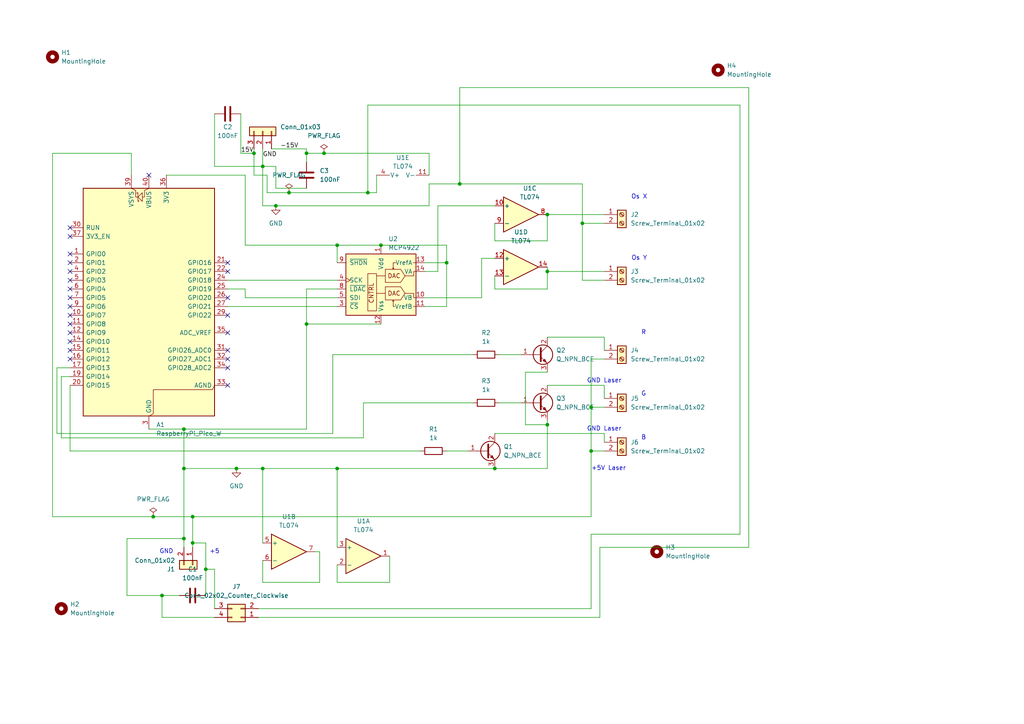
<source format=kicad_sch>
(kicad_sch
	(version 20250114)
	(generator "eeschema")
	(generator_version "9.0")
	(uuid "c612f852-bc9e-491d-8f1c-b41393156790")
	(paper "A4")
	(lib_symbols
		(symbol "Amplifier_Operational:TL074"
			(pin_names
				(offset 0.127)
			)
			(exclude_from_sim no)
			(in_bom yes)
			(on_board yes)
			(property "Reference" "U"
				(at 0 5.08 0)
				(effects
					(font
						(size 1.27 1.27)
					)
					(justify left)
				)
			)
			(property "Value" "TL074"
				(at 0 -5.08 0)
				(effects
					(font
						(size 1.27 1.27)
					)
					(justify left)
				)
			)
			(property "Footprint" ""
				(at -1.27 2.54 0)
				(effects
					(font
						(size 1.27 1.27)
					)
					(hide yes)
				)
			)
			(property "Datasheet" "http://www.ti.com/lit/ds/symlink/tl071.pdf"
				(at 1.27 5.08 0)
				(effects
					(font
						(size 1.27 1.27)
					)
					(hide yes)
				)
			)
			(property "Description" "Quad Low-Noise JFET-Input Operational Amplifiers, DIP-14/SOIC-14"
				(at 0 0 0)
				(effects
					(font
						(size 1.27 1.27)
					)
					(hide yes)
				)
			)
			(property "ki_locked" ""
				(at 0 0 0)
				(effects
					(font
						(size 1.27 1.27)
					)
				)
			)
			(property "ki_keywords" "quad opamp"
				(at 0 0 0)
				(effects
					(font
						(size 1.27 1.27)
					)
					(hide yes)
				)
			)
			(property "ki_fp_filters" "SOIC*3.9x8.7mm*P1.27mm* DIP*W7.62mm* TSSOP*4.4x5mm*P0.65mm* SSOP*5.3x6.2mm*P0.65mm* MSOP*3x3mm*P0.5mm*"
				(at 0 0 0)
				(effects
					(font
						(size 1.27 1.27)
					)
					(hide yes)
				)
			)
			(symbol "TL074_1_1"
				(polyline
					(pts
						(xy -5.08 5.08) (xy 5.08 0) (xy -5.08 -5.08) (xy -5.08 5.08)
					)
					(stroke
						(width 0.254)
						(type default)
					)
					(fill
						(type background)
					)
				)
				(pin input line
					(at -7.62 2.54 0)
					(length 2.54)
					(name "+"
						(effects
							(font
								(size 1.27 1.27)
							)
						)
					)
					(number "3"
						(effects
							(font
								(size 1.27 1.27)
							)
						)
					)
				)
				(pin input line
					(at -7.62 -2.54 0)
					(length 2.54)
					(name "-"
						(effects
							(font
								(size 1.27 1.27)
							)
						)
					)
					(number "2"
						(effects
							(font
								(size 1.27 1.27)
							)
						)
					)
				)
				(pin output line
					(at 7.62 0 180)
					(length 2.54)
					(name "~"
						(effects
							(font
								(size 1.27 1.27)
							)
						)
					)
					(number "1"
						(effects
							(font
								(size 1.27 1.27)
							)
						)
					)
				)
			)
			(symbol "TL074_2_1"
				(polyline
					(pts
						(xy -5.08 5.08) (xy 5.08 0) (xy -5.08 -5.08) (xy -5.08 5.08)
					)
					(stroke
						(width 0.254)
						(type default)
					)
					(fill
						(type background)
					)
				)
				(pin input line
					(at -7.62 2.54 0)
					(length 2.54)
					(name "+"
						(effects
							(font
								(size 1.27 1.27)
							)
						)
					)
					(number "5"
						(effects
							(font
								(size 1.27 1.27)
							)
						)
					)
				)
				(pin input line
					(at -7.62 -2.54 0)
					(length 2.54)
					(name "-"
						(effects
							(font
								(size 1.27 1.27)
							)
						)
					)
					(number "6"
						(effects
							(font
								(size 1.27 1.27)
							)
						)
					)
				)
				(pin output line
					(at 7.62 0 180)
					(length 2.54)
					(name "~"
						(effects
							(font
								(size 1.27 1.27)
							)
						)
					)
					(number "7"
						(effects
							(font
								(size 1.27 1.27)
							)
						)
					)
				)
			)
			(symbol "TL074_3_1"
				(polyline
					(pts
						(xy -5.08 5.08) (xy 5.08 0) (xy -5.08 -5.08) (xy -5.08 5.08)
					)
					(stroke
						(width 0.254)
						(type default)
					)
					(fill
						(type background)
					)
				)
				(pin input line
					(at -7.62 2.54 0)
					(length 2.54)
					(name "+"
						(effects
							(font
								(size 1.27 1.27)
							)
						)
					)
					(number "10"
						(effects
							(font
								(size 1.27 1.27)
							)
						)
					)
				)
				(pin input line
					(at -7.62 -2.54 0)
					(length 2.54)
					(name "-"
						(effects
							(font
								(size 1.27 1.27)
							)
						)
					)
					(number "9"
						(effects
							(font
								(size 1.27 1.27)
							)
						)
					)
				)
				(pin output line
					(at 7.62 0 180)
					(length 2.54)
					(name "~"
						(effects
							(font
								(size 1.27 1.27)
							)
						)
					)
					(number "8"
						(effects
							(font
								(size 1.27 1.27)
							)
						)
					)
				)
			)
			(symbol "TL074_4_1"
				(polyline
					(pts
						(xy -5.08 5.08) (xy 5.08 0) (xy -5.08 -5.08) (xy -5.08 5.08)
					)
					(stroke
						(width 0.254)
						(type default)
					)
					(fill
						(type background)
					)
				)
				(pin input line
					(at -7.62 2.54 0)
					(length 2.54)
					(name "+"
						(effects
							(font
								(size 1.27 1.27)
							)
						)
					)
					(number "12"
						(effects
							(font
								(size 1.27 1.27)
							)
						)
					)
				)
				(pin input line
					(at -7.62 -2.54 0)
					(length 2.54)
					(name "-"
						(effects
							(font
								(size 1.27 1.27)
							)
						)
					)
					(number "13"
						(effects
							(font
								(size 1.27 1.27)
							)
						)
					)
				)
				(pin output line
					(at 7.62 0 180)
					(length 2.54)
					(name "~"
						(effects
							(font
								(size 1.27 1.27)
							)
						)
					)
					(number "14"
						(effects
							(font
								(size 1.27 1.27)
							)
						)
					)
				)
			)
			(symbol "TL074_5_1"
				(pin power_in line
					(at -2.54 7.62 270)
					(length 3.81)
					(name "V+"
						(effects
							(font
								(size 1.27 1.27)
							)
						)
					)
					(number "4"
						(effects
							(font
								(size 1.27 1.27)
							)
						)
					)
				)
				(pin power_in line
					(at -2.54 -7.62 90)
					(length 3.81)
					(name "V-"
						(effects
							(font
								(size 1.27 1.27)
							)
						)
					)
					(number "11"
						(effects
							(font
								(size 1.27 1.27)
							)
						)
					)
				)
			)
			(embedded_fonts no)
		)
		(symbol "Analog_DAC:MCP4922"
			(pin_names
				(offset 1.016)
			)
			(exclude_from_sim no)
			(in_bom yes)
			(on_board yes)
			(property "Reference" "U"
				(at -1.905 10.795 0)
				(effects
					(font
						(size 1.27 1.27)
					)
					(justify right)
				)
			)
			(property "Value" "MCP4922"
				(at -1.905 8.89 0)
				(effects
					(font
						(size 1.27 1.27)
					)
					(justify right)
				)
			)
			(property "Footprint" ""
				(at 20.32 -7.62 0)
				(effects
					(font
						(size 1.27 1.27)
					)
					(hide yes)
				)
			)
			(property "Datasheet" "http://ww1.microchip.com/downloads/en/DeviceDoc/22250A.pdf"
				(at 20.32 -7.62 0)
				(effects
					(font
						(size 1.27 1.27)
					)
					(hide yes)
				)
			)
			(property "Description" "2-Channel 12-Bit D/A Converters with SPI Interface"
				(at 0 0 0)
				(effects
					(font
						(size 1.27 1.27)
					)
					(hide yes)
				)
			)
			(property "ki_keywords" "12-Bit DAC SPI 2CH"
				(at 0 0 0)
				(effects
					(font
						(size 1.27 1.27)
					)
					(hide yes)
				)
			)
			(property "ki_fp_filters" "DIP*W7.62mm* SOIC*3.9x8.7mm*P1.27mm* TSSOP*4.4x5mm*P0.65mm*"
				(at 0 0 0)
				(effects
					(font
						(size 1.27 1.27)
					)
					(hide yes)
				)
			)
			(symbol "MCP4922_0_0"
				(polyline
					(pts
						(xy 3.556 3.302) (xy 3.302 3.556)
					)
					(stroke
						(width 0)
						(type default)
					)
					(fill
						(type none)
					)
				)
				(polyline
					(pts
						(xy 3.556 3.302) (xy 3.81 3.556)
					)
					(stroke
						(width 0)
						(type default)
					)
					(fill
						(type none)
					)
				)
				(polyline
					(pts
						(xy 3.556 -5.842) (xy 3.302 -6.096)
					)
					(stroke
						(width 0)
						(type default)
					)
					(fill
						(type none)
					)
				)
				(polyline
					(pts
						(xy 3.556 -5.842) (xy 3.81 -6.096)
					)
					(stroke
						(width 0)
						(type default)
					)
					(fill
						(type none)
					)
				)
				(polyline
					(pts
						(xy 4.064 -7.62) (xy 3.556 -7.62) (xy 3.556 -5.842)
					)
					(stroke
						(width 0)
						(type default)
					)
					(fill
						(type none)
					)
				)
				(polyline
					(pts
						(xy 4.318 5.08) (xy 3.556 5.08) (xy 3.556 3.302)
					)
					(stroke
						(width 0)
						(type default)
					)
					(fill
						(type none)
					)
				)
				(polyline
					(pts
						(xy 6.985 1.27) (xy 9.525 1.27) (xy 9.525 2.54) (xy 10.16 2.54)
					)
					(stroke
						(width 0)
						(type default)
					)
					(fill
						(type none)
					)
				)
				(polyline
					(pts
						(xy 6.985 -3.81) (xy 9.525 -3.81) (xy 9.525 -5.08) (xy 10.16 -5.08)
					)
					(stroke
						(width 0)
						(type default)
					)
					(fill
						(type none)
					)
				)
				(polyline
					(pts
						(xy 10.16 5.08) (xy 9.398 5.08)
					)
					(stroke
						(width 0)
						(type default)
					)
					(fill
						(type none)
					)
				)
				(polyline
					(pts
						(xy 10.16 -7.62) (xy 9.398 -7.62)
					)
					(stroke
						(width 0)
						(type default)
					)
					(fill
						(type none)
					)
				)
				(text "CNTRL"
					(at -2.032 -6.731 900)
					(effects
						(font
							(size 1.27 1.27)
						)
						(justify left bottom)
					)
				)
				(text "DAC"
					(at 3.81 1.27 0)
					(effects
						(font
							(size 1.27 1.27)
						)
					)
				)
				(text "DAC"
					(at 3.81 -3.81 0)
					(effects
						(font
							(size 1.27 1.27)
						)
					)
				)
			)
			(symbol "MCP4922_0_1"
				(rectangle
					(start -10.16 7.62)
					(end 10.16 -10.16)
					(stroke
						(width 0.254)
						(type default)
					)
					(fill
						(type background)
					)
				)
				(rectangle
					(start -1.27 -8.89)
					(end -3.81 1.905)
					(stroke
						(width 0)
						(type default)
					)
					(fill
						(type none)
					)
				)
				(polyline
					(pts
						(xy 1.27 1.27) (xy -1.27 1.27)
					)
					(stroke
						(width 0)
						(type default)
					)
					(fill
						(type none)
					)
				)
				(polyline
					(pts
						(xy 1.27 -3.81) (xy -1.27 -3.81)
					)
					(stroke
						(width 0)
						(type default)
					)
					(fill
						(type none)
					)
				)
				(polyline
					(pts
						(xy 6.985 1.27) (xy 5.715 3.175) (xy 1.27 3.175) (xy 1.27 -0.635) (xy 5.715 -0.635) (xy 6.985 1.27)
					)
					(stroke
						(width 0)
						(type default)
					)
					(fill
						(type none)
					)
				)
				(polyline
					(pts
						(xy 6.985 -3.81) (xy 5.715 -1.905) (xy 1.27 -1.905) (xy 1.27 -5.715) (xy 5.715 -5.715) (xy 6.985 -3.81)
					)
					(stroke
						(width 0)
						(type default)
					)
					(fill
						(type none)
					)
				)
			)
			(symbol "MCP4922_1_1"
				(pin input line
					(at -12.7 5.08 0)
					(length 2.54)
					(name "~{SHDN}"
						(effects
							(font
								(size 1.27 1.27)
							)
						)
					)
					(number "9"
						(effects
							(font
								(size 1.27 1.27)
							)
						)
					)
				)
				(pin input clock
					(at -12.7 0 0)
					(length 2.54)
					(name "SCK"
						(effects
							(font
								(size 1.27 1.27)
							)
						)
					)
					(number "4"
						(effects
							(font
								(size 1.27 1.27)
							)
						)
					)
				)
				(pin input line
					(at -12.7 -2.54 0)
					(length 2.54)
					(name "~{LDAC}"
						(effects
							(font
								(size 1.27 1.27)
							)
						)
					)
					(number "8"
						(effects
							(font
								(size 1.27 1.27)
							)
						)
					)
				)
				(pin input line
					(at -12.7 -5.08 0)
					(length 2.54)
					(name "SDI"
						(effects
							(font
								(size 1.27 1.27)
							)
						)
					)
					(number "5"
						(effects
							(font
								(size 1.27 1.27)
							)
						)
					)
				)
				(pin input line
					(at -12.7 -7.62 0)
					(length 2.54)
					(name "~{CS}"
						(effects
							(font
								(size 1.27 1.27)
							)
						)
					)
					(number "3"
						(effects
							(font
								(size 1.27 1.27)
							)
						)
					)
				)
				(pin no_connect line
					(at -7.62 -10.16 90)
					(length 2.54)
					(hide yes)
					(name "NC"
						(effects
							(font
								(size 1.27 1.27)
							)
						)
					)
					(number "2"
						(effects
							(font
								(size 1.27 1.27)
							)
						)
					)
				)
				(pin no_connect line
					(at -5.08 -10.16 90)
					(length 2.54)
					(hide yes)
					(name "NC"
						(effects
							(font
								(size 1.27 1.27)
							)
						)
					)
					(number "6"
						(effects
							(font
								(size 1.27 1.27)
							)
						)
					)
				)
				(pin no_connect line
					(at -2.54 -10.16 90)
					(length 2.54)
					(hide yes)
					(name "NC"
						(effects
							(font
								(size 1.27 1.27)
							)
						)
					)
					(number "7"
						(effects
							(font
								(size 1.27 1.27)
							)
						)
					)
				)
				(pin power_in line
					(at 0 10.16 270)
					(length 2.54)
					(name "Vdd"
						(effects
							(font
								(size 1.27 1.27)
							)
						)
					)
					(number "1"
						(effects
							(font
								(size 1.27 1.27)
							)
						)
					)
				)
				(pin power_in line
					(at 0 -12.7 90)
					(length 2.54)
					(name "Vss"
						(effects
							(font
								(size 1.27 1.27)
							)
						)
					)
					(number "12"
						(effects
							(font
								(size 1.27 1.27)
							)
						)
					)
				)
				(pin input line
					(at 12.7 5.08 180)
					(length 2.54)
					(name "VrefA"
						(effects
							(font
								(size 1.27 1.27)
							)
						)
					)
					(number "13"
						(effects
							(font
								(size 1.27 1.27)
							)
						)
					)
				)
				(pin output line
					(at 12.7 2.54 180)
					(length 2.54)
					(name "VA"
						(effects
							(font
								(size 1.27 1.27)
							)
						)
					)
					(number "14"
						(effects
							(font
								(size 1.27 1.27)
							)
						)
					)
				)
				(pin output line
					(at 12.7 -5.08 180)
					(length 2.54)
					(name "VB"
						(effects
							(font
								(size 1.27 1.27)
							)
						)
					)
					(number "10"
						(effects
							(font
								(size 1.27 1.27)
							)
						)
					)
				)
				(pin input line
					(at 12.7 -7.62 180)
					(length 2.54)
					(name "VrefB"
						(effects
							(font
								(size 1.27 1.27)
							)
						)
					)
					(number "11"
						(effects
							(font
								(size 1.27 1.27)
							)
						)
					)
				)
			)
			(embedded_fonts no)
		)
		(symbol "Connector:Screw_Terminal_01x02"
			(pin_names
				(offset 1.016)
				(hide yes)
			)
			(exclude_from_sim no)
			(in_bom yes)
			(on_board yes)
			(property "Reference" "J"
				(at 0 2.54 0)
				(effects
					(font
						(size 1.27 1.27)
					)
				)
			)
			(property "Value" "Screw_Terminal_01x02"
				(at 0 -5.08 0)
				(effects
					(font
						(size 1.27 1.27)
					)
				)
			)
			(property "Footprint" ""
				(at 0 0 0)
				(effects
					(font
						(size 1.27 1.27)
					)
					(hide yes)
				)
			)
			(property "Datasheet" "~"
				(at 0 0 0)
				(effects
					(font
						(size 1.27 1.27)
					)
					(hide yes)
				)
			)
			(property "Description" "Generic screw terminal, single row, 01x02, script generated (kicad-library-utils/schlib/autogen/connector/)"
				(at 0 0 0)
				(effects
					(font
						(size 1.27 1.27)
					)
					(hide yes)
				)
			)
			(property "ki_keywords" "screw terminal"
				(at 0 0 0)
				(effects
					(font
						(size 1.27 1.27)
					)
					(hide yes)
				)
			)
			(property "ki_fp_filters" "TerminalBlock*:*"
				(at 0 0 0)
				(effects
					(font
						(size 1.27 1.27)
					)
					(hide yes)
				)
			)
			(symbol "Screw_Terminal_01x02_1_1"
				(rectangle
					(start -1.27 1.27)
					(end 1.27 -3.81)
					(stroke
						(width 0.254)
						(type default)
					)
					(fill
						(type background)
					)
				)
				(polyline
					(pts
						(xy -0.5334 0.3302) (xy 0.3302 -0.508)
					)
					(stroke
						(width 0.1524)
						(type default)
					)
					(fill
						(type none)
					)
				)
				(polyline
					(pts
						(xy -0.5334 -2.2098) (xy 0.3302 -3.048)
					)
					(stroke
						(width 0.1524)
						(type default)
					)
					(fill
						(type none)
					)
				)
				(polyline
					(pts
						(xy -0.3556 0.508) (xy 0.508 -0.3302)
					)
					(stroke
						(width 0.1524)
						(type default)
					)
					(fill
						(type none)
					)
				)
				(polyline
					(pts
						(xy -0.3556 -2.032) (xy 0.508 -2.8702)
					)
					(stroke
						(width 0.1524)
						(type default)
					)
					(fill
						(type none)
					)
				)
				(circle
					(center 0 0)
					(radius 0.635)
					(stroke
						(width 0.1524)
						(type default)
					)
					(fill
						(type none)
					)
				)
				(circle
					(center 0 -2.54)
					(radius 0.635)
					(stroke
						(width 0.1524)
						(type default)
					)
					(fill
						(type none)
					)
				)
				(pin passive line
					(at -5.08 0 0)
					(length 3.81)
					(name "Pin_1"
						(effects
							(font
								(size 1.27 1.27)
							)
						)
					)
					(number "1"
						(effects
							(font
								(size 1.27 1.27)
							)
						)
					)
				)
				(pin passive line
					(at -5.08 -2.54 0)
					(length 3.81)
					(name "Pin_2"
						(effects
							(font
								(size 1.27 1.27)
							)
						)
					)
					(number "2"
						(effects
							(font
								(size 1.27 1.27)
							)
						)
					)
				)
			)
			(embedded_fonts no)
		)
		(symbol "Connector_Generic:Conn_01x02"
			(pin_names
				(offset 1.016)
				(hide yes)
			)
			(exclude_from_sim no)
			(in_bom yes)
			(on_board yes)
			(property "Reference" "J"
				(at 0 2.54 0)
				(effects
					(font
						(size 1.27 1.27)
					)
				)
			)
			(property "Value" "Conn_01x02"
				(at 0 -5.08 0)
				(effects
					(font
						(size 1.27 1.27)
					)
				)
			)
			(property "Footprint" ""
				(at 0 0 0)
				(effects
					(font
						(size 1.27 1.27)
					)
					(hide yes)
				)
			)
			(property "Datasheet" "~"
				(at 0 0 0)
				(effects
					(font
						(size 1.27 1.27)
					)
					(hide yes)
				)
			)
			(property "Description" "Generic connector, single row, 01x02, script generated (kicad-library-utils/schlib/autogen/connector/)"
				(at 0 0 0)
				(effects
					(font
						(size 1.27 1.27)
					)
					(hide yes)
				)
			)
			(property "ki_keywords" "connector"
				(at 0 0 0)
				(effects
					(font
						(size 1.27 1.27)
					)
					(hide yes)
				)
			)
			(property "ki_fp_filters" "Connector*:*_1x??_*"
				(at 0 0 0)
				(effects
					(font
						(size 1.27 1.27)
					)
					(hide yes)
				)
			)
			(symbol "Conn_01x02_1_1"
				(rectangle
					(start -1.27 1.27)
					(end 1.27 -3.81)
					(stroke
						(width 0.254)
						(type default)
					)
					(fill
						(type background)
					)
				)
				(rectangle
					(start -1.27 0.127)
					(end 0 -0.127)
					(stroke
						(width 0.1524)
						(type default)
					)
					(fill
						(type none)
					)
				)
				(rectangle
					(start -1.27 -2.413)
					(end 0 -2.667)
					(stroke
						(width 0.1524)
						(type default)
					)
					(fill
						(type none)
					)
				)
				(pin passive line
					(at -5.08 0 0)
					(length 3.81)
					(name "Pin_1"
						(effects
							(font
								(size 1.27 1.27)
							)
						)
					)
					(number "1"
						(effects
							(font
								(size 1.27 1.27)
							)
						)
					)
				)
				(pin passive line
					(at -5.08 -2.54 0)
					(length 3.81)
					(name "Pin_2"
						(effects
							(font
								(size 1.27 1.27)
							)
						)
					)
					(number "2"
						(effects
							(font
								(size 1.27 1.27)
							)
						)
					)
				)
			)
			(embedded_fonts no)
		)
		(symbol "Connector_Generic:Conn_01x03"
			(pin_names
				(offset 1.016)
				(hide yes)
			)
			(exclude_from_sim no)
			(in_bom yes)
			(on_board yes)
			(property "Reference" "J"
				(at 0 5.08 0)
				(effects
					(font
						(size 1.27 1.27)
					)
				)
			)
			(property "Value" "Conn_01x03"
				(at 0 -5.08 0)
				(effects
					(font
						(size 1.27 1.27)
					)
				)
			)
			(property "Footprint" ""
				(at 0 0 0)
				(effects
					(font
						(size 1.27 1.27)
					)
					(hide yes)
				)
			)
			(property "Datasheet" "~"
				(at 0 0 0)
				(effects
					(font
						(size 1.27 1.27)
					)
					(hide yes)
				)
			)
			(property "Description" "Generic connector, single row, 01x03, script generated (kicad-library-utils/schlib/autogen/connector/)"
				(at 0 0 0)
				(effects
					(font
						(size 1.27 1.27)
					)
					(hide yes)
				)
			)
			(property "ki_keywords" "connector"
				(at 0 0 0)
				(effects
					(font
						(size 1.27 1.27)
					)
					(hide yes)
				)
			)
			(property "ki_fp_filters" "Connector*:*_1x??_*"
				(at 0 0 0)
				(effects
					(font
						(size 1.27 1.27)
					)
					(hide yes)
				)
			)
			(symbol "Conn_01x03_1_1"
				(rectangle
					(start -1.27 3.81)
					(end 1.27 -3.81)
					(stroke
						(width 0.254)
						(type default)
					)
					(fill
						(type background)
					)
				)
				(rectangle
					(start -1.27 2.667)
					(end 0 2.413)
					(stroke
						(width 0.1524)
						(type default)
					)
					(fill
						(type none)
					)
				)
				(rectangle
					(start -1.27 0.127)
					(end 0 -0.127)
					(stroke
						(width 0.1524)
						(type default)
					)
					(fill
						(type none)
					)
				)
				(rectangle
					(start -1.27 -2.413)
					(end 0 -2.667)
					(stroke
						(width 0.1524)
						(type default)
					)
					(fill
						(type none)
					)
				)
				(pin passive line
					(at -5.08 2.54 0)
					(length 3.81)
					(name "Pin_1"
						(effects
							(font
								(size 1.27 1.27)
							)
						)
					)
					(number "1"
						(effects
							(font
								(size 1.27 1.27)
							)
						)
					)
				)
				(pin passive line
					(at -5.08 0 0)
					(length 3.81)
					(name "Pin_2"
						(effects
							(font
								(size 1.27 1.27)
							)
						)
					)
					(number "2"
						(effects
							(font
								(size 1.27 1.27)
							)
						)
					)
				)
				(pin passive line
					(at -5.08 -2.54 0)
					(length 3.81)
					(name "Pin_3"
						(effects
							(font
								(size 1.27 1.27)
							)
						)
					)
					(number "3"
						(effects
							(font
								(size 1.27 1.27)
							)
						)
					)
				)
			)
			(embedded_fonts no)
		)
		(symbol "Connector_Generic:Conn_02x02_Counter_Clockwise"
			(pin_names
				(offset 1.016)
				(hide yes)
			)
			(exclude_from_sim no)
			(in_bom yes)
			(on_board yes)
			(property "Reference" "J"
				(at 1.27 2.54 0)
				(effects
					(font
						(size 1.27 1.27)
					)
				)
			)
			(property "Value" "Conn_02x02_Counter_Clockwise"
				(at 1.27 -5.08 0)
				(effects
					(font
						(size 1.27 1.27)
					)
				)
			)
			(property "Footprint" ""
				(at 0 0 0)
				(effects
					(font
						(size 1.27 1.27)
					)
					(hide yes)
				)
			)
			(property "Datasheet" "~"
				(at 0 0 0)
				(effects
					(font
						(size 1.27 1.27)
					)
					(hide yes)
				)
			)
			(property "Description" "Generic connector, double row, 02x02, counter clockwise pin numbering scheme (similar to DIP package numbering), script generated (kicad-library-utils/schlib/autogen/connector/)"
				(at 0 0 0)
				(effects
					(font
						(size 1.27 1.27)
					)
					(hide yes)
				)
			)
			(property "ki_keywords" "connector"
				(at 0 0 0)
				(effects
					(font
						(size 1.27 1.27)
					)
					(hide yes)
				)
			)
			(property "ki_fp_filters" "Connector*:*_2x??_*"
				(at 0 0 0)
				(effects
					(font
						(size 1.27 1.27)
					)
					(hide yes)
				)
			)
			(symbol "Conn_02x02_Counter_Clockwise_1_1"
				(rectangle
					(start -1.27 1.27)
					(end 3.81 -3.81)
					(stroke
						(width 0.254)
						(type default)
					)
					(fill
						(type background)
					)
				)
				(rectangle
					(start -1.27 0.127)
					(end 0 -0.127)
					(stroke
						(width 0.1524)
						(type default)
					)
					(fill
						(type none)
					)
				)
				(rectangle
					(start -1.27 -2.413)
					(end 0 -2.667)
					(stroke
						(width 0.1524)
						(type default)
					)
					(fill
						(type none)
					)
				)
				(rectangle
					(start 3.81 0.127)
					(end 2.54 -0.127)
					(stroke
						(width 0.1524)
						(type default)
					)
					(fill
						(type none)
					)
				)
				(rectangle
					(start 3.81 -2.413)
					(end 2.54 -2.667)
					(stroke
						(width 0.1524)
						(type default)
					)
					(fill
						(type none)
					)
				)
				(pin passive line
					(at -5.08 0 0)
					(length 3.81)
					(name "Pin_1"
						(effects
							(font
								(size 1.27 1.27)
							)
						)
					)
					(number "1"
						(effects
							(font
								(size 1.27 1.27)
							)
						)
					)
				)
				(pin passive line
					(at -5.08 -2.54 0)
					(length 3.81)
					(name "Pin_2"
						(effects
							(font
								(size 1.27 1.27)
							)
						)
					)
					(number "2"
						(effects
							(font
								(size 1.27 1.27)
							)
						)
					)
				)
				(pin passive line
					(at 7.62 0 180)
					(length 3.81)
					(name "Pin_4"
						(effects
							(font
								(size 1.27 1.27)
							)
						)
					)
					(number "4"
						(effects
							(font
								(size 1.27 1.27)
							)
						)
					)
				)
				(pin passive line
					(at 7.62 -2.54 180)
					(length 3.81)
					(name "Pin_3"
						(effects
							(font
								(size 1.27 1.27)
							)
						)
					)
					(number "3"
						(effects
							(font
								(size 1.27 1.27)
							)
						)
					)
				)
			)
			(embedded_fonts no)
		)
		(symbol "Device:C"
			(pin_numbers
				(hide yes)
			)
			(pin_names
				(offset 0.254)
			)
			(exclude_from_sim no)
			(in_bom yes)
			(on_board yes)
			(property "Reference" "C"
				(at 0.635 2.54 0)
				(effects
					(font
						(size 1.27 1.27)
					)
					(justify left)
				)
			)
			(property "Value" "C"
				(at 0.635 -2.54 0)
				(effects
					(font
						(size 1.27 1.27)
					)
					(justify left)
				)
			)
			(property "Footprint" ""
				(at 0.9652 -3.81 0)
				(effects
					(font
						(size 1.27 1.27)
					)
					(hide yes)
				)
			)
			(property "Datasheet" "~"
				(at 0 0 0)
				(effects
					(font
						(size 1.27 1.27)
					)
					(hide yes)
				)
			)
			(property "Description" "Unpolarized capacitor"
				(at 0 0 0)
				(effects
					(font
						(size 1.27 1.27)
					)
					(hide yes)
				)
			)
			(property "ki_keywords" "cap capacitor"
				(at 0 0 0)
				(effects
					(font
						(size 1.27 1.27)
					)
					(hide yes)
				)
			)
			(property "ki_fp_filters" "C_*"
				(at 0 0 0)
				(effects
					(font
						(size 1.27 1.27)
					)
					(hide yes)
				)
			)
			(symbol "C_0_1"
				(polyline
					(pts
						(xy -2.032 0.762) (xy 2.032 0.762)
					)
					(stroke
						(width 0.508)
						(type default)
					)
					(fill
						(type none)
					)
				)
				(polyline
					(pts
						(xy -2.032 -0.762) (xy 2.032 -0.762)
					)
					(stroke
						(width 0.508)
						(type default)
					)
					(fill
						(type none)
					)
				)
			)
			(symbol "C_1_1"
				(pin passive line
					(at 0 3.81 270)
					(length 2.794)
					(name "~"
						(effects
							(font
								(size 1.27 1.27)
							)
						)
					)
					(number "1"
						(effects
							(font
								(size 1.27 1.27)
							)
						)
					)
				)
				(pin passive line
					(at 0 -3.81 90)
					(length 2.794)
					(name "~"
						(effects
							(font
								(size 1.27 1.27)
							)
						)
					)
					(number "2"
						(effects
							(font
								(size 1.27 1.27)
							)
						)
					)
				)
			)
			(embedded_fonts no)
		)
		(symbol "Device:R"
			(pin_numbers
				(hide yes)
			)
			(pin_names
				(offset 0)
			)
			(exclude_from_sim no)
			(in_bom yes)
			(on_board yes)
			(property "Reference" "R"
				(at 2.032 0 90)
				(effects
					(font
						(size 1.27 1.27)
					)
				)
			)
			(property "Value" "R"
				(at 0 0 90)
				(effects
					(font
						(size 1.27 1.27)
					)
				)
			)
			(property "Footprint" ""
				(at -1.778 0 90)
				(effects
					(font
						(size 1.27 1.27)
					)
					(hide yes)
				)
			)
			(property "Datasheet" "~"
				(at 0 0 0)
				(effects
					(font
						(size 1.27 1.27)
					)
					(hide yes)
				)
			)
			(property "Description" "Resistor"
				(at 0 0 0)
				(effects
					(font
						(size 1.27 1.27)
					)
					(hide yes)
				)
			)
			(property "ki_keywords" "R res resistor"
				(at 0 0 0)
				(effects
					(font
						(size 1.27 1.27)
					)
					(hide yes)
				)
			)
			(property "ki_fp_filters" "R_*"
				(at 0 0 0)
				(effects
					(font
						(size 1.27 1.27)
					)
					(hide yes)
				)
			)
			(symbol "R_0_1"
				(rectangle
					(start -1.016 -2.54)
					(end 1.016 2.54)
					(stroke
						(width 0.254)
						(type default)
					)
					(fill
						(type none)
					)
				)
			)
			(symbol "R_1_1"
				(pin passive line
					(at 0 3.81 270)
					(length 1.27)
					(name "~"
						(effects
							(font
								(size 1.27 1.27)
							)
						)
					)
					(number "1"
						(effects
							(font
								(size 1.27 1.27)
							)
						)
					)
				)
				(pin passive line
					(at 0 -3.81 90)
					(length 1.27)
					(name "~"
						(effects
							(font
								(size 1.27 1.27)
							)
						)
					)
					(number "2"
						(effects
							(font
								(size 1.27 1.27)
							)
						)
					)
				)
			)
			(embedded_fonts no)
		)
		(symbol "MCU_Module:RaspberryPi_Pico_W"
			(pin_names
				(offset 0.762)
			)
			(exclude_from_sim no)
			(in_bom yes)
			(on_board yes)
			(property "Reference" "A"
				(at -19.05 35.56 0)
				(effects
					(font
						(size 1.27 1.27)
					)
					(justify left)
				)
			)
			(property "Value" "RaspberryPi_Pico_W"
				(at 7.62 35.56 0)
				(effects
					(font
						(size 1.27 1.27)
					)
					(justify left)
				)
			)
			(property "Footprint" "Module:RaspberryPi_Pico_W_SMD_HandSolder"
				(at 0 -46.99 0)
				(effects
					(font
						(size 1.27 1.27)
					)
					(hide yes)
				)
			)
			(property "Datasheet" "https://datasheets.raspberrypi.com/picow/pico-w-datasheet.pdf"
				(at 0 -49.53 0)
				(effects
					(font
						(size 1.27 1.27)
					)
					(hide yes)
				)
			)
			(property "Description" "Versatile and inexpensive wireless microcontroller module powered by RP2040 dual-core Arm Cortex-M0+ processor up to 133 MHz, 264kB SRAM, 2MB QSPI flash, Infineon CYW43439 2.4GHz 802.11n wireless LAN; also supports Raspberry Pi Pico 2 W"
				(at 0 -52.07 0)
				(effects
					(font
						(size 1.27 1.27)
					)
					(hide yes)
				)
			)
			(property "ki_keywords" "RP2350A M33 RISC-V Hazard3 usb wifi bluetooth"
				(at 0 0 0)
				(effects
					(font
						(size 1.27 1.27)
					)
					(hide yes)
				)
			)
			(property "ki_fp_filters" "RaspberryPi?Pico?Common* RaspberryPi?Pico?W?SMD*"
				(at 0 0 0)
				(effects
					(font
						(size 1.27 1.27)
					)
					(hide yes)
				)
			)
			(symbol "RaspberryPi_Pico_W_0_1"
				(rectangle
					(start -19.05 34.29)
					(end 19.05 -31.75)
					(stroke
						(width 0.254)
						(type default)
					)
					(fill
						(type background)
					)
				)
				(polyline
					(pts
						(xy -5.08 34.29) (xy -3.81 33.655) (xy -3.81 31.75) (xy -3.175 31.75)
					)
					(stroke
						(width 0)
						(type default)
					)
					(fill
						(type none)
					)
				)
				(polyline
					(pts
						(xy -3.429 32.766) (xy -3.429 33.02) (xy -3.175 33.02) (xy -3.175 30.48) (xy -2.921 30.48) (xy -2.921 30.734)
					)
					(stroke
						(width 0)
						(type default)
					)
					(fill
						(type none)
					)
				)
				(polyline
					(pts
						(xy -3.175 31.75) (xy -1.905 33.02) (xy -1.905 30.48) (xy -3.175 31.75)
					)
					(stroke
						(width 0)
						(type default)
					)
					(fill
						(type none)
					)
				)
				(polyline
					(pts
						(xy 0 34.29) (xy -1.27 33.655) (xy -1.27 31.75) (xy -1.905 31.75)
					)
					(stroke
						(width 0)
						(type default)
					)
					(fill
						(type none)
					)
				)
				(polyline
					(pts
						(xy 0 -31.75) (xy 1.27 -31.115) (xy 1.27 -24.13) (xy 18.415 -24.13) (xy 19.05 -22.86)
					)
					(stroke
						(width 0)
						(type default)
					)
					(fill
						(type none)
					)
				)
			)
			(symbol "RaspberryPi_Pico_W_1_1"
				(pin passive line
					(at -22.86 22.86 0)
					(length 3.81)
					(name "RUN"
						(effects
							(font
								(size 1.27 1.27)
							)
						)
					)
					(number "30"
						(effects
							(font
								(size 1.27 1.27)
							)
						)
					)
					(alternate "~{RESET}" passive line)
				)
				(pin passive line
					(at -22.86 20.32 0)
					(length 3.81)
					(name "3V3_EN"
						(effects
							(font
								(size 1.27 1.27)
							)
						)
					)
					(number "37"
						(effects
							(font
								(size 1.27 1.27)
							)
						)
					)
					(alternate "~{3V3_DISABLE}" passive line)
				)
				(pin bidirectional line
					(at -22.86 15.24 0)
					(length 3.81)
					(name "GPIO0"
						(effects
							(font
								(size 1.27 1.27)
							)
						)
					)
					(number "1"
						(effects
							(font
								(size 1.27 1.27)
							)
						)
					)
					(alternate "I2C0_SDA" bidirectional line)
					(alternate "PWM0_A" output line)
					(alternate "SPI0_RX" input line)
					(alternate "UART0_TX" output line)
					(alternate "USB_OVCUR_DET" input line)
				)
				(pin bidirectional line
					(at -22.86 12.7 0)
					(length 3.81)
					(name "GPIO1"
						(effects
							(font
								(size 1.27 1.27)
							)
						)
					)
					(number "2"
						(effects
							(font
								(size 1.27 1.27)
							)
						)
					)
					(alternate "I2C0_SCL" bidirectional clock)
					(alternate "PWM0_B" bidirectional line)
					(alternate "UART0_RX" input line)
					(alternate "USB_VBUS_DET" passive line)
					(alternate "~{SPI0_CSn}" bidirectional line)
				)
				(pin bidirectional line
					(at -22.86 10.16 0)
					(length 3.81)
					(name "GPIO2"
						(effects
							(font
								(size 1.27 1.27)
							)
						)
					)
					(number "4"
						(effects
							(font
								(size 1.27 1.27)
							)
						)
					)
					(alternate "I2C1_SDA" bidirectional line)
					(alternate "PWM1_A" output line)
					(alternate "SPI0_SCK" bidirectional clock)
					(alternate "UART0_CTS" input line)
					(alternate "USB_VBUS_EN" output line)
				)
				(pin bidirectional line
					(at -22.86 7.62 0)
					(length 3.81)
					(name "GPIO3"
						(effects
							(font
								(size 1.27 1.27)
							)
						)
					)
					(number "5"
						(effects
							(font
								(size 1.27 1.27)
							)
						)
					)
					(alternate "I2C1_SCL" bidirectional clock)
					(alternate "PWM1_B" bidirectional line)
					(alternate "SPI0_TX" output line)
					(alternate "UART0_RTS" output line)
					(alternate "USB_OVCUR_DET" input line)
				)
				(pin bidirectional line
					(at -22.86 5.08 0)
					(length 3.81)
					(name "GPIO4"
						(effects
							(font
								(size 1.27 1.27)
							)
						)
					)
					(number "6"
						(effects
							(font
								(size 1.27 1.27)
							)
						)
					)
					(alternate "I2C0_SDA" bidirectional line)
					(alternate "PWM2_A" output line)
					(alternate "SPI0_RX" input line)
					(alternate "UART1_TX" output line)
					(alternate "USB_VBUS_DET" input line)
				)
				(pin bidirectional line
					(at -22.86 2.54 0)
					(length 3.81)
					(name "GPIO5"
						(effects
							(font
								(size 1.27 1.27)
							)
						)
					)
					(number "7"
						(effects
							(font
								(size 1.27 1.27)
							)
						)
					)
					(alternate "I2C0_SCL" bidirectional clock)
					(alternate "PWM2_B" bidirectional line)
					(alternate "UART1_RX" input line)
					(alternate "USB_VBUS_EN" output line)
					(alternate "~{SPI0_CSn}" bidirectional line)
				)
				(pin bidirectional line
					(at -22.86 0 0)
					(length 3.81)
					(name "GPIO6"
						(effects
							(font
								(size 1.27 1.27)
							)
						)
					)
					(number "9"
						(effects
							(font
								(size 1.27 1.27)
							)
						)
					)
					(alternate "I2C1_SDA" bidirectional line)
					(alternate "PWM3_A" output line)
					(alternate "SPI0_SCK" bidirectional clock)
					(alternate "UART1_CTS" input line)
					(alternate "USB_OVCUR_DET" input line)
				)
				(pin bidirectional line
					(at -22.86 -2.54 0)
					(length 3.81)
					(name "GPIO7"
						(effects
							(font
								(size 1.27 1.27)
							)
						)
					)
					(number "10"
						(effects
							(font
								(size 1.27 1.27)
							)
						)
					)
					(alternate "I2C1_SCL" bidirectional clock)
					(alternate "PWM3_B" bidirectional line)
					(alternate "SPI0_TX" output line)
					(alternate "UART1_RTS" output line)
					(alternate "USB_VBUS_DET" input line)
				)
				(pin bidirectional line
					(at -22.86 -5.08 0)
					(length 3.81)
					(name "GPIO8"
						(effects
							(font
								(size 1.27 1.27)
							)
						)
					)
					(number "11"
						(effects
							(font
								(size 1.27 1.27)
							)
						)
					)
					(alternate "I2C0_SDA" bidirectional line)
					(alternate "PWM4_A" output line)
					(alternate "SPI1_RX" input line)
					(alternate "UART1_TX" output line)
					(alternate "USB_VBUS_EN" output line)
				)
				(pin bidirectional line
					(at -22.86 -7.62 0)
					(length 3.81)
					(name "GPIO9"
						(effects
							(font
								(size 1.27 1.27)
							)
						)
					)
					(number "12"
						(effects
							(font
								(size 1.27 1.27)
							)
						)
					)
					(alternate "I2C0_SCL" bidirectional clock)
					(alternate "PWM4_B" bidirectional line)
					(alternate "UART1_RX" input line)
					(alternate "USB_OVCUR_DET" input line)
					(alternate "~{SPI1_CSn}" bidirectional line)
				)
				(pin bidirectional line
					(at -22.86 -10.16 0)
					(length 3.81)
					(name "GPIO10"
						(effects
							(font
								(size 1.27 1.27)
							)
						)
					)
					(number "14"
						(effects
							(font
								(size 1.27 1.27)
							)
						)
					)
					(alternate "I2C1_SDA" bidirectional line)
					(alternate "PWM5_A" output line)
					(alternate "SPI1_SCK" bidirectional clock)
					(alternate "UART1_CTS" input line)
					(alternate "USB_VBUS_DET" input line)
				)
				(pin bidirectional line
					(at -22.86 -12.7 0)
					(length 3.81)
					(name "GPIO11"
						(effects
							(font
								(size 1.27 1.27)
							)
						)
					)
					(number "15"
						(effects
							(font
								(size 1.27 1.27)
							)
						)
					)
					(alternate "I2C1_SCL" bidirectional clock)
					(alternate "PWM5_B" bidirectional line)
					(alternate "SPI1_TX" output line)
					(alternate "UART1_RTS" output line)
					(alternate "USB_VBUS_EN" output line)
				)
				(pin bidirectional line
					(at -22.86 -15.24 0)
					(length 3.81)
					(name "GPIO12"
						(effects
							(font
								(size 1.27 1.27)
							)
						)
					)
					(number "16"
						(effects
							(font
								(size 1.27 1.27)
							)
						)
					)
					(alternate "I2C0_SDA" bidirectional line)
					(alternate "PWM6_A" output line)
					(alternate "SPI1_RX" input line)
					(alternate "UART0_TX" output line)
					(alternate "USB_OVCUR_DET" input line)
				)
				(pin bidirectional line
					(at -22.86 -17.78 0)
					(length 3.81)
					(name "GPIO13"
						(effects
							(font
								(size 1.27 1.27)
							)
						)
					)
					(number "17"
						(effects
							(font
								(size 1.27 1.27)
							)
						)
					)
					(alternate "I2C0_SCL" bidirectional clock)
					(alternate "PWM6_B" bidirectional line)
					(alternate "UART0_RX" input line)
					(alternate "USB_VBUS_DET" input line)
					(alternate "~{SPI1_CSn}" bidirectional line)
				)
				(pin bidirectional line
					(at -22.86 -20.32 0)
					(length 3.81)
					(name "GPIO14"
						(effects
							(font
								(size 1.27 1.27)
							)
						)
					)
					(number "19"
						(effects
							(font
								(size 1.27 1.27)
							)
						)
					)
					(alternate "I2C1_SDA" bidirectional line)
					(alternate "PWM7_A" output line)
					(alternate "SPI1_SCK" bidirectional clock)
					(alternate "UART0_CTS" input line)
					(alternate "USB_VBUS_EN" output line)
				)
				(pin bidirectional line
					(at -22.86 -22.86 0)
					(length 3.81)
					(name "GPIO15"
						(effects
							(font
								(size 1.27 1.27)
							)
						)
					)
					(number "20"
						(effects
							(font
								(size 1.27 1.27)
							)
						)
					)
					(alternate "I2C1_SCL" bidirectional clock)
					(alternate "PWM7_B" bidirectional line)
					(alternate "SPI1_TX" output line)
					(alternate "UART0_RTS" output line)
					(alternate "USB_OVCUR_DET" input line)
				)
				(pin power_in line
					(at -5.08 38.1 270)
					(length 3.81)
					(name "VSYS"
						(effects
							(font
								(size 1.27 1.27)
							)
						)
					)
					(number "39"
						(effects
							(font
								(size 1.27 1.27)
							)
						)
					)
					(alternate "VSYS_OUT" power_out line)
				)
				(pin power_out line
					(at 0 38.1 270)
					(length 3.81)
					(name "VBUS"
						(effects
							(font
								(size 1.27 1.27)
							)
						)
					)
					(number "40"
						(effects
							(font
								(size 1.27 1.27)
							)
						)
					)
					(alternate "VBUS_IN" power_in line)
				)
				(pin passive line
					(at 0 -35.56 90)
					(length 3.81)
					(hide yes)
					(name "GND"
						(effects
							(font
								(size 1.27 1.27)
							)
						)
					)
					(number "13"
						(effects
							(font
								(size 1.27 1.27)
							)
						)
					)
				)
				(pin passive line
					(at 0 -35.56 90)
					(length 3.81)
					(hide yes)
					(name "GND"
						(effects
							(font
								(size 1.27 1.27)
							)
						)
					)
					(number "18"
						(effects
							(font
								(size 1.27 1.27)
							)
						)
					)
				)
				(pin passive line
					(at 0 -35.56 90)
					(length 3.81)
					(hide yes)
					(name "GND"
						(effects
							(font
								(size 1.27 1.27)
							)
						)
					)
					(number "23"
						(effects
							(font
								(size 1.27 1.27)
							)
						)
					)
				)
				(pin passive line
					(at 0 -35.56 90)
					(length 3.81)
					(hide yes)
					(name "GND"
						(effects
							(font
								(size 1.27 1.27)
							)
						)
					)
					(number "28"
						(effects
							(font
								(size 1.27 1.27)
							)
						)
					)
				)
				(pin power_out line
					(at 0 -35.56 90)
					(length 3.81)
					(name "GND"
						(effects
							(font
								(size 1.27 1.27)
							)
						)
					)
					(number "3"
						(effects
							(font
								(size 1.27 1.27)
							)
						)
					)
					(alternate "GND_IN" power_in line)
				)
				(pin passive line
					(at 0 -35.56 90)
					(length 3.81)
					(hide yes)
					(name "GND"
						(effects
							(font
								(size 1.27 1.27)
							)
						)
					)
					(number "38"
						(effects
							(font
								(size 1.27 1.27)
							)
						)
					)
				)
				(pin passive line
					(at 0 -35.56 90)
					(length 3.81)
					(hide yes)
					(name "GND"
						(effects
							(font
								(size 1.27 1.27)
							)
						)
					)
					(number "8"
						(effects
							(font
								(size 1.27 1.27)
							)
						)
					)
				)
				(pin power_out line
					(at 5.08 38.1 270)
					(length 3.81)
					(name "3V3"
						(effects
							(font
								(size 1.27 1.27)
							)
						)
					)
					(number "36"
						(effects
							(font
								(size 1.27 1.27)
							)
						)
					)
				)
				(pin bidirectional line
					(at 22.86 12.7 180)
					(length 3.81)
					(name "GPIO16"
						(effects
							(font
								(size 1.27 1.27)
							)
						)
					)
					(number "21"
						(effects
							(font
								(size 1.27 1.27)
							)
						)
					)
					(alternate "I2C0_SDA" bidirectional line)
					(alternate "PWM0_A" output line)
					(alternate "SPI0_RX" input line)
					(alternate "UART0_TX" output line)
					(alternate "USB_VBUS_DET" input line)
				)
				(pin bidirectional line
					(at 22.86 10.16 180)
					(length 3.81)
					(name "GPIO17"
						(effects
							(font
								(size 1.27 1.27)
							)
						)
					)
					(number "22"
						(effects
							(font
								(size 1.27 1.27)
							)
						)
					)
					(alternate "I2C0_SCL" bidirectional clock)
					(alternate "PWM0_B" bidirectional line)
					(alternate "UART0_RX" input line)
					(alternate "USB_VBUS_EN" output line)
					(alternate "~{SPI0_CSn}" bidirectional line)
				)
				(pin bidirectional line
					(at 22.86 7.62 180)
					(length 3.81)
					(name "GPIO18"
						(effects
							(font
								(size 1.27 1.27)
							)
						)
					)
					(number "24"
						(effects
							(font
								(size 1.27 1.27)
							)
						)
					)
					(alternate "I2C1_SDA" bidirectional line)
					(alternate "PWM1_A" output line)
					(alternate "SPI0_SCK" bidirectional clock)
					(alternate "UART0_CTS" input line)
					(alternate "USB_OVCUR_DET" input line)
				)
				(pin bidirectional line
					(at 22.86 5.08 180)
					(length 3.81)
					(name "GPIO19"
						(effects
							(font
								(size 1.27 1.27)
							)
						)
					)
					(number "25"
						(effects
							(font
								(size 1.27 1.27)
							)
						)
					)
					(alternate "I2C1_SCL" bidirectional clock)
					(alternate "PWM1_B" bidirectional line)
					(alternate "SPI0_TX" output line)
					(alternate "UART0_RTS" output line)
					(alternate "USB_VBUS_DET" input line)
				)
				(pin bidirectional line
					(at 22.86 2.54 180)
					(length 3.81)
					(name "GPIO20"
						(effects
							(font
								(size 1.27 1.27)
							)
						)
					)
					(number "26"
						(effects
							(font
								(size 1.27 1.27)
							)
						)
					)
					(alternate "CLOCK_GPIN0" input clock)
					(alternate "I2C0_SDA" bidirectional line)
					(alternate "PWM2_A" output line)
					(alternate "SPI0_RX" input line)
					(alternate "UART1_TX" output line)
					(alternate "USB_VBUS_EN" output line)
				)
				(pin bidirectional line
					(at 22.86 0 180)
					(length 3.81)
					(name "GPIO21"
						(effects
							(font
								(size 1.27 1.27)
							)
						)
					)
					(number "27"
						(effects
							(font
								(size 1.27 1.27)
							)
						)
					)
					(alternate "CLOCK_GPOUT0" output clock)
					(alternate "I2C0_SCL" bidirectional clock)
					(alternate "PWM2_B" bidirectional line)
					(alternate "UART1_RX" input line)
					(alternate "USB_OVCUR_DET" input line)
					(alternate "~{SPI0_CSn}" bidirectional line)
				)
				(pin bidirectional line
					(at 22.86 -2.54 180)
					(length 3.81)
					(name "GPIO22"
						(effects
							(font
								(size 1.27 1.27)
							)
						)
					)
					(number "29"
						(effects
							(font
								(size 1.27 1.27)
							)
						)
					)
					(alternate "CLOCK_GPIN1" input clock)
					(alternate "I2C1_SDA" bidirectional line)
					(alternate "PWM3_A" output line)
					(alternate "SPI0_SCK" bidirectional clock)
					(alternate "UART1_CTS" input line)
					(alternate "USB_VBUS_DET" input line)
				)
				(pin power_in line
					(at 22.86 -7.62 180)
					(length 3.81)
					(name "ADC_VREF"
						(effects
							(font
								(size 1.27 1.27)
							)
						)
					)
					(number "35"
						(effects
							(font
								(size 1.27 1.27)
							)
						)
					)
				)
				(pin bidirectional line
					(at 22.86 -12.7 180)
					(length 3.81)
					(name "GPIO26_ADC0"
						(effects
							(font
								(size 1.27 1.27)
							)
						)
					)
					(number "31"
						(effects
							(font
								(size 1.27 1.27)
							)
						)
					)
					(alternate "ADC0" input line)
					(alternate "GPIO26" bidirectional line)
					(alternate "I2C1_SDA" bidirectional line)
					(alternate "PWM5_A" output line)
					(alternate "SPI1_SCK" bidirectional clock)
					(alternate "UART1_CTS" input line)
					(alternate "USB_VBUS_EN" output line)
				)
				(pin bidirectional line
					(at 22.86 -15.24 180)
					(length 3.81)
					(name "GPIO27_ADC1"
						(effects
							(font
								(size 1.27 1.27)
							)
						)
					)
					(number "32"
						(effects
							(font
								(size 1.27 1.27)
							)
						)
					)
					(alternate "ADC1" input line)
					(alternate "GPIO27" bidirectional line)
					(alternate "I2C1_SCL" bidirectional clock)
					(alternate "PWM5_B" bidirectional line)
					(alternate "SPI1_TX" output line)
					(alternate "UART1_RTS" output line)
					(alternate "USB_OVCUR_DET" input line)
				)
				(pin bidirectional line
					(at 22.86 -17.78 180)
					(length 3.81)
					(name "GPIO28_ADC2"
						(effects
							(font
								(size 1.27 1.27)
							)
						)
					)
					(number "34"
						(effects
							(font
								(size 1.27 1.27)
							)
						)
					)
					(alternate "ADC2" input line)
					(alternate "GPIO28" bidirectional line)
					(alternate "I2C0_SDA" bidirectional line)
					(alternate "PWM6_A" output line)
					(alternate "SPI1_RX" input line)
					(alternate "UART0_TX" output line)
					(alternate "USB_VBUS_DET" input line)
				)
				(pin power_out line
					(at 22.86 -22.86 180)
					(length 3.81)
					(name "AGND"
						(effects
							(font
								(size 1.27 1.27)
							)
						)
					)
					(number "33"
						(effects
							(font
								(size 1.27 1.27)
							)
						)
					)
					(alternate "GND" passive line)
				)
			)
			(embedded_fonts no)
		)
		(symbol "Mechanical:MountingHole"
			(pin_names
				(offset 1.016)
			)
			(exclude_from_sim no)
			(in_bom no)
			(on_board yes)
			(property "Reference" "H"
				(at 0 5.08 0)
				(effects
					(font
						(size 1.27 1.27)
					)
				)
			)
			(property "Value" "MountingHole"
				(at 0 3.175 0)
				(effects
					(font
						(size 1.27 1.27)
					)
				)
			)
			(property "Footprint" ""
				(at 0 0 0)
				(effects
					(font
						(size 1.27 1.27)
					)
					(hide yes)
				)
			)
			(property "Datasheet" "~"
				(at 0 0 0)
				(effects
					(font
						(size 1.27 1.27)
					)
					(hide yes)
				)
			)
			(property "Description" "Mounting Hole without connection"
				(at 0 0 0)
				(effects
					(font
						(size 1.27 1.27)
					)
					(hide yes)
				)
			)
			(property "ki_keywords" "mounting hole"
				(at 0 0 0)
				(effects
					(font
						(size 1.27 1.27)
					)
					(hide yes)
				)
			)
			(property "ki_fp_filters" "MountingHole*"
				(at 0 0 0)
				(effects
					(font
						(size 1.27 1.27)
					)
					(hide yes)
				)
			)
			(symbol "MountingHole_0_1"
				(circle
					(center 0 0)
					(radius 1.27)
					(stroke
						(width 1.27)
						(type default)
					)
					(fill
						(type none)
					)
				)
			)
			(embedded_fonts no)
		)
		(symbol "Transistor_BJT:Q_NPN_BCE"
			(pin_names
				(offset 0)
				(hide yes)
			)
			(exclude_from_sim no)
			(in_bom yes)
			(on_board yes)
			(property "Reference" "Q"
				(at 5.08 1.27 0)
				(effects
					(font
						(size 1.27 1.27)
					)
					(justify left)
				)
			)
			(property "Value" "Q_NPN_BCE"
				(at 5.08 -1.27 0)
				(effects
					(font
						(size 1.27 1.27)
					)
					(justify left)
				)
			)
			(property "Footprint" ""
				(at 5.08 2.54 0)
				(effects
					(font
						(size 1.27 1.27)
					)
					(hide yes)
				)
			)
			(property "Datasheet" "~"
				(at 0 0 0)
				(effects
					(font
						(size 1.27 1.27)
					)
					(hide yes)
				)
			)
			(property "Description" "NPN transistor, base/collector/emitter"
				(at 0 0 0)
				(effects
					(font
						(size 1.27 1.27)
					)
					(hide yes)
				)
			)
			(property "Sim.Device" "NPN"
				(at 0 0 0)
				(effects
					(font
						(size 1.27 1.27)
					)
					(hide yes)
				)
			)
			(property "Sim.Pins" "1=B 2=C 3=E"
				(at 0 0 0)
				(effects
					(font
						(size 1.27 1.27)
					)
					(hide yes)
				)
			)
			(property "ki_keywords" "BJT"
				(at 0 0 0)
				(effects
					(font
						(size 1.27 1.27)
					)
					(hide yes)
				)
			)
			(symbol "Q_NPN_BCE_0_1"
				(polyline
					(pts
						(xy -2.54 0) (xy 0.635 0)
					)
					(stroke
						(width 0)
						(type default)
					)
					(fill
						(type none)
					)
				)
				(polyline
					(pts
						(xy 0.635 1.905) (xy 0.635 -1.905)
					)
					(stroke
						(width 0.508)
						(type default)
					)
					(fill
						(type none)
					)
				)
				(circle
					(center 1.27 0)
					(radius 2.8194)
					(stroke
						(width 0.254)
						(type default)
					)
					(fill
						(type none)
					)
				)
			)
			(symbol "Q_NPN_BCE_1_1"
				(polyline
					(pts
						(xy 0.635 0.635) (xy 2.54 2.54)
					)
					(stroke
						(width 0)
						(type default)
					)
					(fill
						(type none)
					)
				)
				(polyline
					(pts
						(xy 0.635 -0.635) (xy 2.54 -2.54)
					)
					(stroke
						(width 0)
						(type default)
					)
					(fill
						(type none)
					)
				)
				(polyline
					(pts
						(xy 1.27 -1.778) (xy 1.778 -1.27) (xy 2.286 -2.286) (xy 1.27 -1.778)
					)
					(stroke
						(width 0)
						(type default)
					)
					(fill
						(type outline)
					)
				)
				(pin input line
					(at -5.08 0 0)
					(length 2.54)
					(name "B"
						(effects
							(font
								(size 1.27 1.27)
							)
						)
					)
					(number "1"
						(effects
							(font
								(size 1.27 1.27)
							)
						)
					)
				)
				(pin passive line
					(at 2.54 5.08 270)
					(length 2.54)
					(name "C"
						(effects
							(font
								(size 1.27 1.27)
							)
						)
					)
					(number "2"
						(effects
							(font
								(size 1.27 1.27)
							)
						)
					)
				)
				(pin passive line
					(at 2.54 -5.08 90)
					(length 2.54)
					(name "E"
						(effects
							(font
								(size 1.27 1.27)
							)
						)
					)
					(number "3"
						(effects
							(font
								(size 1.27 1.27)
							)
						)
					)
				)
			)
			(embedded_fonts no)
		)
		(symbol "power:GND"
			(power)
			(pin_numbers
				(hide yes)
			)
			(pin_names
				(offset 0)
				(hide yes)
			)
			(exclude_from_sim no)
			(in_bom yes)
			(on_board yes)
			(property "Reference" "#PWR"
				(at 0 -6.35 0)
				(effects
					(font
						(size 1.27 1.27)
					)
					(hide yes)
				)
			)
			(property "Value" "GND"
				(at 0 -3.81 0)
				(effects
					(font
						(size 1.27 1.27)
					)
				)
			)
			(property "Footprint" ""
				(at 0 0 0)
				(effects
					(font
						(size 1.27 1.27)
					)
					(hide yes)
				)
			)
			(property "Datasheet" ""
				(at 0 0 0)
				(effects
					(font
						(size 1.27 1.27)
					)
					(hide yes)
				)
			)
			(property "Description" "Power symbol creates a global label with name \"GND\" , ground"
				(at 0 0 0)
				(effects
					(font
						(size 1.27 1.27)
					)
					(hide yes)
				)
			)
			(property "ki_keywords" "global power"
				(at 0 0 0)
				(effects
					(font
						(size 1.27 1.27)
					)
					(hide yes)
				)
			)
			(symbol "GND_0_1"
				(polyline
					(pts
						(xy 0 0) (xy 0 -1.27) (xy 1.27 -1.27) (xy 0 -2.54) (xy -1.27 -1.27) (xy 0 -1.27)
					)
					(stroke
						(width 0)
						(type default)
					)
					(fill
						(type none)
					)
				)
			)
			(symbol "GND_1_1"
				(pin power_in line
					(at 0 0 270)
					(length 0)
					(name "~"
						(effects
							(font
								(size 1.27 1.27)
							)
						)
					)
					(number "1"
						(effects
							(font
								(size 1.27 1.27)
							)
						)
					)
				)
			)
			(embedded_fonts no)
		)
		(symbol "power:PWR_FLAG"
			(power)
			(pin_numbers
				(hide yes)
			)
			(pin_names
				(offset 0)
				(hide yes)
			)
			(exclude_from_sim no)
			(in_bom yes)
			(on_board yes)
			(property "Reference" "#FLG"
				(at 0 1.905 0)
				(effects
					(font
						(size 1.27 1.27)
					)
					(hide yes)
				)
			)
			(property "Value" "PWR_FLAG"
				(at 0 3.81 0)
				(effects
					(font
						(size 1.27 1.27)
					)
				)
			)
			(property "Footprint" ""
				(at 0 0 0)
				(effects
					(font
						(size 1.27 1.27)
					)
					(hide yes)
				)
			)
			(property "Datasheet" "~"
				(at 0 0 0)
				(effects
					(font
						(size 1.27 1.27)
					)
					(hide yes)
				)
			)
			(property "Description" "Special symbol for telling ERC where power comes from"
				(at 0 0 0)
				(effects
					(font
						(size 1.27 1.27)
					)
					(hide yes)
				)
			)
			(property "ki_keywords" "flag power"
				(at 0 0 0)
				(effects
					(font
						(size 1.27 1.27)
					)
					(hide yes)
				)
			)
			(symbol "PWR_FLAG_0_0"
				(pin power_out line
					(at 0 0 90)
					(length 0)
					(name "~"
						(effects
							(font
								(size 1.27 1.27)
							)
						)
					)
					(number "1"
						(effects
							(font
								(size 1.27 1.27)
							)
						)
					)
				)
			)
			(symbol "PWR_FLAG_0_1"
				(polyline
					(pts
						(xy 0 0) (xy 0 1.27) (xy -1.016 1.905) (xy 0 2.54) (xy 1.016 1.905) (xy 0 1.27)
					)
					(stroke
						(width 0)
						(type default)
					)
					(fill
						(type none)
					)
				)
			)
			(embedded_fonts no)
		)
	)
	(text "R"
		(exclude_from_sim no)
		(at 186.69 96.52 0)
		(effects
			(font
				(size 1.27 1.27)
			)
		)
		(uuid "18b38111-dae8-4a00-880b-ed4cb4235e49")
	)
	(text "G"
		(exclude_from_sim no)
		(at 186.69 114.3 0)
		(effects
			(font
				(size 1.27 1.27)
			)
		)
		(uuid "595827eb-a957-4dc3-841e-e7cd7efefb22")
	)
	(text "Os Y"
		(exclude_from_sim no)
		(at 185.42 74.93 0)
		(effects
			(font
				(size 1.27 1.27)
			)
		)
		(uuid "60d34850-7ed2-46ad-bb46-df54f8419736")
	)
	(text "+5"
		(exclude_from_sim no)
		(at 62.23 160.02 0)
		(effects
			(font
				(size 1.27 1.27)
			)
		)
		(uuid "8ae53392-9289-4070-bf37-92d6a89dcb0c")
	)
	(text "GND\n"
		(exclude_from_sim no)
		(at 48.26 160.02 0)
		(effects
			(font
				(size 1.27 1.27)
			)
		)
		(uuid "a61d50b2-3df4-42e1-9437-1d7f68e1028c")
	)
	(text "GND Laser"
		(exclude_from_sim no)
		(at 175.26 124.46 0)
		(effects
			(font
				(size 1.27 1.27)
			)
		)
		(uuid "ab5f46e9-bbcd-434b-b00d-7be5d3509dc1")
	)
	(text "GND Laser"
		(exclude_from_sim no)
		(at 175.26 110.49 0)
		(effects
			(font
				(size 1.27 1.27)
			)
		)
		(uuid "ac3080a4-f1d1-4d54-b9c9-6a3203cd1ed1")
	)
	(text "B"
		(exclude_from_sim no)
		(at 186.69 127 0)
		(effects
			(font
				(size 1.27 1.27)
			)
		)
		(uuid "d864a4c3-447c-4ce3-910c-9d3d14cc4f09")
	)
	(text "Os X"
		(exclude_from_sim no)
		(at 185.42 57.15 0)
		(effects
			(font
				(size 1.27 1.27)
			)
		)
		(uuid "e8432144-514a-4f69-b0c9-27ebb9f6e3ed")
	)
	(text "+5V Laser"
		(exclude_from_sim no)
		(at 176.53 135.89 0)
		(effects
			(font
				(size 1.27 1.27)
			)
		)
		(uuid "fb02a253-b116-44f2-9699-81b1e7329b96")
	)
	(junction
		(at 158.75 62.23)
		(diameter 0)
		(color 0 0 0 0)
		(uuid "053cf263-7144-4767-97f7-75bbf4dc89e8")
	)
	(junction
		(at 55.88 149.86)
		(diameter 0)
		(color 0 0 0 0)
		(uuid "10cc3f0d-f4b2-43bd-942d-d1c505ac22e1")
	)
	(junction
		(at 97.79 135.89)
		(diameter 0)
		(color 0 0 0 0)
		(uuid "14755252-70e3-426d-a0f3-17e90cdb480b")
	)
	(junction
		(at 44.45 149.86)
		(diameter 0)
		(color 0 0 0 0)
		(uuid "1925c0b4-63b2-4de4-a6e7-f72f1206339f")
	)
	(junction
		(at 97.79 71.12)
		(diameter 0)
		(color 0 0 0 0)
		(uuid "1a197a90-5669-41b5-bc9c-a66a79ebe406")
	)
	(junction
		(at 73.66 44.45)
		(diameter 0)
		(color 0 0 0 0)
		(uuid "1ed44b4e-be3f-4179-b829-277379e76d0d")
	)
	(junction
		(at 171.45 130.81)
		(diameter 0)
		(color 0 0 0 0)
		(uuid "2a5a66db-b0a9-4f95-9cbc-8b3a125c15af")
	)
	(junction
		(at 106.68 55.88)
		(diameter 0)
		(color 0 0 0 0)
		(uuid "323cce0b-9805-454e-9000-282fd8764a58")
	)
	(junction
		(at 59.69 165.1)
		(diameter 0)
		(color 0 0 0 0)
		(uuid "3d30f3e1-7080-4ad6-af7a-f87f2b79d245")
	)
	(junction
		(at 76.2 135.89)
		(diameter 0)
		(color 0 0 0 0)
		(uuid "42995709-db7f-40cb-b5ae-6b7255171165")
	)
	(junction
		(at 110.49 71.12)
		(diameter 0)
		(color 0 0 0 0)
		(uuid "42e004ec-c661-4d58-aa85-c0e5a177535a")
	)
	(junction
		(at 129.54 76.2)
		(diameter 0)
		(color 0 0 0 0)
		(uuid "4e55d47c-891e-4ee3-a27b-a9c7ad34afe6")
	)
	(junction
		(at 143.51 135.89)
		(diameter 0)
		(color 0 0 0 0)
		(uuid "5d40556e-9b84-4aca-9e5b-1dd5f54c2dc8")
	)
	(junction
		(at 88.9 93.98)
		(diameter 0)
		(color 0 0 0 0)
		(uuid "61b6dc5c-5fa1-443e-9983-5a3a0385226c")
	)
	(junction
		(at 76.2 48.26)
		(diameter 0)
		(color 0 0 0 0)
		(uuid "73ddff4a-08da-4c46-a1c3-b4298e9c1ced")
	)
	(junction
		(at 55.88 157.48)
		(diameter 0)
		(color 0 0 0 0)
		(uuid "754a1e80-6aa3-4259-8101-f2a74f736796")
	)
	(junction
		(at 46.99 172.72)
		(diameter 0)
		(color 0 0 0 0)
		(uuid "7b791e8e-9428-4089-9090-d16355b8bfc6")
	)
	(junction
		(at 68.58 135.89)
		(diameter 0)
		(color 0 0 0 0)
		(uuid "7dcf6415-163e-477f-b3e7-dc5db8629837")
	)
	(junction
		(at 93.98 44.45)
		(diameter 0)
		(color 0 0 0 0)
		(uuid "7ee0648e-4c1a-4a41-91f0-3aba27ad0c00")
	)
	(junction
		(at 158.75 78.74)
		(diameter 0)
		(color 0 0 0 0)
		(uuid "89b89cf2-15b8-4ca2-ab68-34eb21d85f40")
	)
	(junction
		(at 171.45 118.11)
		(diameter 0)
		(color 0 0 0 0)
		(uuid "9174203c-9d36-4cab-86b6-831091e2ffb4")
	)
	(junction
		(at 133.35 53.34)
		(diameter 0)
		(color 0 0 0 0)
		(uuid "92c9a06a-ec02-4290-96d1-b9d62d7deb3a")
	)
	(junction
		(at 168.91 64.77)
		(diameter 0)
		(color 0 0 0 0)
		(uuid "9d21ca01-2d12-4680-a5ec-b0be681b5af8")
	)
	(junction
		(at 80.01 59.69)
		(diameter 0)
		(color 0 0 0 0)
		(uuid "9e7f76a8-484c-45f7-a3f5-95eaee039406")
	)
	(junction
		(at 53.34 135.89)
		(diameter 0)
		(color 0 0 0 0)
		(uuid "c1fcda46-875d-4c83-b93a-d978e6099c63")
	)
	(junction
		(at 53.34 156.21)
		(diameter 0)
		(color 0 0 0 0)
		(uuid "e2f56db3-41d4-4206-b5a3-1a7bdb9465eb")
	)
	(junction
		(at 158.75 123.19)
		(diameter 0)
		(color 0 0 0 0)
		(uuid "e5f30a7c-b86a-4973-87bf-48ee46272bd7")
	)
	(junction
		(at 83.82 55.88)
		(diameter 0)
		(color 0 0 0 0)
		(uuid "e6d4e8f3-321e-4887-86c7-e9c4155341cb")
	)
	(junction
		(at 53.34 124.46)
		(diameter 0)
		(color 0 0 0 0)
		(uuid "f4898119-7d92-496f-818a-abd177364ccc")
	)
	(junction
		(at 88.9 44.45)
		(diameter 0)
		(color 0 0 0 0)
		(uuid "f80f93c3-9c87-4816-aadb-6564e0761da0")
	)
	(no_connect
		(at 20.32 66.04)
		(uuid "02c76cbd-f702-46ba-b04b-1ad89e0a3cd4")
	)
	(no_connect
		(at 20.32 93.98)
		(uuid "056be889-4a8e-4362-aa06-a36a828d680e")
	)
	(no_connect
		(at 20.32 68.58)
		(uuid "0bec3148-d49b-4a93-a975-13b572f94dae")
	)
	(no_connect
		(at 66.04 106.68)
		(uuid "120b072a-76c8-4f0c-84c4-8c2f84afc62f")
	)
	(no_connect
		(at 20.32 91.44)
		(uuid "19676885-740b-4ee0-81df-915cd9bb8f26")
	)
	(no_connect
		(at 66.04 101.6)
		(uuid "1e07f37b-f6aa-4cfc-9a18-7b1b6e3b8a2f")
	)
	(no_connect
		(at 20.32 76.2)
		(uuid "243612c4-edba-444c-82ca-bc1181c69330")
	)
	(no_connect
		(at 20.32 99.06)
		(uuid "2a98e43c-f4e1-403c-96b2-32554ae0db8f")
	)
	(no_connect
		(at 66.04 86.36)
		(uuid "55d35318-ac98-4f23-aa07-2ccd5fdb6c4a")
	)
	(no_connect
		(at 66.04 111.76)
		(uuid "55d3a9ce-17b4-4c3d-ad0a-c3eafd52acd2")
	)
	(no_connect
		(at 66.04 104.14)
		(uuid "5668433d-39b0-4934-ae63-6c2324f58cf9")
	)
	(no_connect
		(at 20.32 81.28)
		(uuid "6b95670e-60fa-4157-ab51-2d198dbbed32")
	)
	(no_connect
		(at 66.04 76.2)
		(uuid "6e1ed0b3-2de3-4120-804d-8e3d13f6e947")
	)
	(no_connect
		(at 43.18 50.8)
		(uuid "7c0d9255-cc72-4fab-a1d0-d9c59f1fcaa8")
	)
	(no_connect
		(at 20.32 83.82)
		(uuid "7f897c9d-fe67-4d0b-906a-dc73609c3de5")
	)
	(no_connect
		(at 66.04 96.52)
		(uuid "8420df86-5afa-48f3-9ebe-0b9dee61b431")
	)
	(no_connect
		(at 20.32 86.36)
		(uuid "90f6ad32-d379-4f79-b68a-f31386abbf83")
	)
	(no_connect
		(at 20.32 78.74)
		(uuid "92abf699-7d69-40a5-8b5c-516b7e2f6224")
	)
	(no_connect
		(at 66.04 91.44)
		(uuid "93ac978a-2f05-45fa-a265-6cdf36f56e8d")
	)
	(no_connect
		(at 66.04 78.74)
		(uuid "998e2e04-813d-4217-9818-71619b6a0e14")
	)
	(no_connect
		(at 20.32 96.52)
		(uuid "ca78633c-9956-42fc-bf3d-96f21eed6d05")
	)
	(no_connect
		(at 20.32 101.6)
		(uuid "ccc66011-9be7-437f-b587-2eba4167793f")
	)
	(no_connect
		(at 20.32 73.66)
		(uuid "d73956c7-8304-4239-9c52-5d6c558caf8e")
	)
	(no_connect
		(at 20.32 104.14)
		(uuid "ea925792-4c58-42bd-8933-fee8b076759c")
	)
	(no_connect
		(at 20.32 88.9)
		(uuid "f3329c61-62e0-45fe-8f49-083073db3456")
	)
	(wire
		(pts
			(xy 71.12 86.36) (xy 71.12 83.82)
		)
		(stroke
			(width 0)
			(type default)
		)
		(uuid "00fa4763-1eca-43fc-95f9-2f4dccf1b8b7")
	)
	(wire
		(pts
			(xy 53.34 135.89) (xy 68.58 135.89)
		)
		(stroke
			(width 0)
			(type default)
		)
		(uuid "02853436-3879-4dba-9af1-d43978522e46")
	)
	(wire
		(pts
			(xy 123.19 78.74) (xy 127 78.74)
		)
		(stroke
			(width 0)
			(type default)
		)
		(uuid "03f76207-fdb7-4274-bd08-ff7a7875c376")
	)
	(wire
		(pts
			(xy 143.51 64.77) (xy 143.51 69.85)
		)
		(stroke
			(width 0)
			(type default)
		)
		(uuid "04c9dfcb-6ea2-4bcf-969c-3993bbe39c73")
	)
	(wire
		(pts
			(xy 143.51 83.82) (xy 158.75 83.82)
		)
		(stroke
			(width 0)
			(type default)
		)
		(uuid "06836a8e-744e-4066-b37c-d73523a40f4c")
	)
	(wire
		(pts
			(xy 158.75 111.76) (xy 175.26 111.76)
		)
		(stroke
			(width 0)
			(type default)
		)
		(uuid "08e4f370-18d0-4d67-8f5d-4ab3fd911b56")
	)
	(wire
		(pts
			(xy 175.26 104.14) (xy 171.45 104.14)
		)
		(stroke
			(width 0)
			(type default)
		)
		(uuid "090ebbdd-daff-4a01-ae04-f944851419fb")
	)
	(wire
		(pts
			(xy 106.68 55.88) (xy 109.22 55.88)
		)
		(stroke
			(width 0)
			(type default)
		)
		(uuid "09ed0870-2812-4233-935f-6196fd59a11f")
	)
	(wire
		(pts
			(xy 214.63 154.94) (xy 214.63 30.48)
		)
		(stroke
			(width 0)
			(type default)
		)
		(uuid "0a0e23f3-1c74-4fbc-ac8a-9e347a828500")
	)
	(wire
		(pts
			(xy 97.79 71.12) (xy 110.49 71.12)
		)
		(stroke
			(width 0)
			(type default)
		)
		(uuid "0ac75d53-9edd-4a74-93d2-a5ef45a4310c")
	)
	(wire
		(pts
			(xy 69.85 33.02) (xy 69.85 44.45)
		)
		(stroke
			(width 0)
			(type default)
		)
		(uuid "0c131249-0904-47cf-9c45-e9b85be7c43b")
	)
	(wire
		(pts
			(xy 88.9 44.45) (xy 93.98 44.45)
		)
		(stroke
			(width 0)
			(type default)
		)
		(uuid "0c5ecea0-474a-47a6-b787-3548fdf87b23")
	)
	(wire
		(pts
			(xy 124.46 53.34) (xy 133.35 53.34)
		)
		(stroke
			(width 0)
			(type default)
		)
		(uuid "0cb0e57e-3ed9-4caf-8905-25e3dcca0c87")
	)
	(wire
		(pts
			(xy 133.35 53.34) (xy 168.91 53.34)
		)
		(stroke
			(width 0)
			(type default)
		)
		(uuid "0e7201db-bd6f-4cb1-b9ee-c655067e1d09")
	)
	(wire
		(pts
			(xy 97.79 168.91) (xy 113.03 168.91)
		)
		(stroke
			(width 0)
			(type default)
		)
		(uuid "0fe5fe37-65f9-4b98-8ce6-4da34737394a")
	)
	(wire
		(pts
			(xy 143.51 80.01) (xy 143.51 83.82)
		)
		(stroke
			(width 0)
			(type default)
		)
		(uuid "10ce6ce8-6798-4e52-b2de-668ba5fccb5b")
	)
	(wire
		(pts
			(xy 55.88 149.86) (xy 44.45 149.86)
		)
		(stroke
			(width 0)
			(type default)
		)
		(uuid "11cb35a9-593f-4bb0-b541-92742fdaca6e")
	)
	(wire
		(pts
			(xy 129.54 76.2) (xy 129.54 88.9)
		)
		(stroke
			(width 0)
			(type default)
		)
		(uuid "14fbeb8a-ec37-42bc-b356-b830542424a4")
	)
	(wire
		(pts
			(xy 59.69 157.48) (xy 55.88 157.48)
		)
		(stroke
			(width 0)
			(type default)
		)
		(uuid "160527cc-00f2-4924-add4-7c1478b613a3")
	)
	(wire
		(pts
			(xy 55.88 149.86) (xy 55.88 157.48)
		)
		(stroke
			(width 0)
			(type default)
		)
		(uuid "16ad51f9-7fec-4fd8-b19a-a73e8ffa0768")
	)
	(wire
		(pts
			(xy 74.93 179.07) (xy 173.99 179.07)
		)
		(stroke
			(width 0)
			(type default)
		)
		(uuid "1a03de96-b6e7-4579-825f-c30800a5b79e")
	)
	(wire
		(pts
			(xy 76.2 162.56) (xy 76.2 168.91)
		)
		(stroke
			(width 0)
			(type default)
		)
		(uuid "1a694746-af7c-4193-b50f-2840ce243199")
	)
	(wire
		(pts
			(xy 46.99 179.07) (xy 46.99 172.72)
		)
		(stroke
			(width 0)
			(type default)
		)
		(uuid "1dad0c8d-de85-4495-8058-c83107368f18")
	)
	(wire
		(pts
			(xy 76.2 59.69) (xy 76.2 48.26)
		)
		(stroke
			(width 0)
			(type default)
		)
		(uuid "1df88f40-5f91-4cd6-b6ec-25edec3cb877")
	)
	(wire
		(pts
			(xy 133.35 25.4) (xy 133.35 53.34)
		)
		(stroke
			(width 0)
			(type default)
		)
		(uuid "2247b21f-123e-4f54-8d68-94f17e56cacd")
	)
	(wire
		(pts
			(xy 139.7 86.36) (xy 139.7 74.93)
		)
		(stroke
			(width 0)
			(type default)
		)
		(uuid "25584ba7-63bc-404e-bb8b-c40f5a3f4dff")
	)
	(wire
		(pts
			(xy 53.34 124.46) (xy 88.9 124.46)
		)
		(stroke
			(width 0)
			(type default)
		)
		(uuid "262c2fdf-2bdd-4b65-9554-4b6fe879e8fd")
	)
	(wire
		(pts
			(xy 43.18 124.46) (xy 53.34 124.46)
		)
		(stroke
			(width 0)
			(type default)
		)
		(uuid "26de4195-6896-4ba8-aff6-322db905506a")
	)
	(wire
		(pts
			(xy 80.01 54.61) (xy 80.01 48.26)
		)
		(stroke
			(width 0)
			(type default)
		)
		(uuid "271ca3e4-76c6-474a-8d95-cd3065bbc0b2")
	)
	(wire
		(pts
			(xy 158.75 62.23) (xy 175.26 62.23)
		)
		(stroke
			(width 0)
			(type default)
		)
		(uuid "27dfb33d-0bec-4e4e-be7b-ee68f13e48dc")
	)
	(wire
		(pts
			(xy 129.54 71.12) (xy 110.49 71.12)
		)
		(stroke
			(width 0)
			(type default)
		)
		(uuid "2878185f-ab2c-43f5-95b8-0bdfc8c94ed0")
	)
	(wire
		(pts
			(xy 62.23 176.53) (xy 62.23 165.1)
		)
		(stroke
			(width 0)
			(type default)
		)
		(uuid "2abd04cb-f382-4a7f-9841-2a7639af796e")
	)
	(wire
		(pts
			(xy 168.91 64.77) (xy 175.26 64.77)
		)
		(stroke
			(width 0)
			(type default)
		)
		(uuid "2f98ff0c-9002-4813-bd97-02176966aade")
	)
	(wire
		(pts
			(xy 78.74 43.18) (xy 88.9 43.18)
		)
		(stroke
			(width 0)
			(type default)
		)
		(uuid "362bcdcf-c47c-481e-9aaa-fdf40583c93b")
	)
	(wire
		(pts
			(xy 93.98 44.45) (xy 124.46 44.45)
		)
		(stroke
			(width 0)
			(type default)
		)
		(uuid "3649b6f8-05c8-4699-8216-e6b077f352eb")
	)
	(wire
		(pts
			(xy 124.46 44.45) (xy 124.46 50.8)
		)
		(stroke
			(width 0)
			(type default)
		)
		(uuid "36d89acf-d0a9-48e0-9154-61d3044ee57f")
	)
	(wire
		(pts
			(xy 217.17 25.4) (xy 133.35 25.4)
		)
		(stroke
			(width 0)
			(type default)
		)
		(uuid "38050e2e-d5f7-4918-903a-d9f71ee6a570")
	)
	(wire
		(pts
			(xy 92.71 160.02) (xy 91.44 160.02)
		)
		(stroke
			(width 0)
			(type default)
		)
		(uuid "380fc2f2-d828-4b93-a962-cc59a836b13f")
	)
	(wire
		(pts
			(xy 123.19 88.9) (xy 129.54 88.9)
		)
		(stroke
			(width 0)
			(type default)
		)
		(uuid "3b1608d9-8507-4107-9a78-591de9f83b16")
	)
	(wire
		(pts
			(xy 62.23 165.1) (xy 59.69 165.1)
		)
		(stroke
			(width 0)
			(type default)
		)
		(uuid "42f90fe7-8a4e-4a8e-8d4c-046dda78c3ce")
	)
	(wire
		(pts
			(xy 175.26 81.28) (xy 168.91 81.28)
		)
		(stroke
			(width 0)
			(type default)
		)
		(uuid "4466e6ab-e90a-4ee4-80e4-d5742069b7f4")
	)
	(wire
		(pts
			(xy 129.54 76.2) (xy 129.54 71.12)
		)
		(stroke
			(width 0)
			(type default)
		)
		(uuid "44abf950-89c2-406c-8916-adec9e68b8b4")
	)
	(wire
		(pts
			(xy 139.7 74.93) (xy 143.51 74.93)
		)
		(stroke
			(width 0)
			(type default)
		)
		(uuid "45bb36fd-f06f-4872-8279-40ce86ecc9b6")
	)
	(wire
		(pts
			(xy 88.9 93.98) (xy 88.9 124.46)
		)
		(stroke
			(width 0)
			(type default)
		)
		(uuid "47dbd253-f399-4784-b97d-c2e0302937fc")
	)
	(wire
		(pts
			(xy 71.12 83.82) (xy 66.04 83.82)
		)
		(stroke
			(width 0)
			(type default)
		)
		(uuid "484f5533-fcc3-4375-9dc8-628bc37a848f")
	)
	(wire
		(pts
			(xy 96.52 102.87) (xy 137.16 102.87)
		)
		(stroke
			(width 0)
			(type default)
		)
		(uuid "490a6f5a-a726-4a37-86ab-ca6921acc90d")
	)
	(wire
		(pts
			(xy 106.68 30.48) (xy 106.68 55.88)
		)
		(stroke
			(width 0)
			(type default)
		)
		(uuid "4a3e1c58-8255-411a-80ab-61955e661db7")
	)
	(wire
		(pts
			(xy 175.26 125.73) (xy 175.26 128.27)
		)
		(stroke
			(width 0)
			(type default)
		)
		(uuid "4d5b774b-b1c2-48ab-9f35-4b314dd626b8")
	)
	(wire
		(pts
			(xy 88.9 44.45) (xy 88.9 43.18)
		)
		(stroke
			(width 0)
			(type default)
		)
		(uuid "4dffb160-2641-4cac-ac9d-ed84c8333587")
	)
	(wire
		(pts
			(xy 15.24 149.86) (xy 15.24 44.45)
		)
		(stroke
			(width 0)
			(type default)
		)
		(uuid "4ea4b39f-6eae-4f8e-8f5b-7d84eec46223")
	)
	(wire
		(pts
			(xy 48.26 50.8) (xy 71.12 50.8)
		)
		(stroke
			(width 0)
			(type default)
		)
		(uuid "5227fa59-004f-4e8a-8b3b-13f45c1ac862")
	)
	(wire
		(pts
			(xy 175.26 130.81) (xy 171.45 130.81)
		)
		(stroke
			(width 0)
			(type default)
		)
		(uuid "54950c80-0e02-4ea5-80e7-07c877b91046")
	)
	(wire
		(pts
			(xy 158.75 77.47) (xy 158.75 78.74)
		)
		(stroke
			(width 0)
			(type default)
		)
		(uuid "58e035ef-e752-40ee-accc-76f7bc70b790")
	)
	(wire
		(pts
			(xy 171.45 118.11) (xy 175.26 118.11)
		)
		(stroke
			(width 0)
			(type default)
		)
		(uuid "59a22b7b-6dde-4ca4-8952-25640fcb3d13")
	)
	(wire
		(pts
			(xy 88.9 54.61) (xy 80.01 54.61)
		)
		(stroke
			(width 0)
			(type default)
		)
		(uuid "5a32b1e1-05d0-4a1e-8c7b-3233d54c2041")
	)
	(wire
		(pts
			(xy 83.82 55.88) (xy 77.47 55.88)
		)
		(stroke
			(width 0)
			(type default)
		)
		(uuid "5ccc8ef2-f4a6-4243-bc4d-0aeb0dac36cf")
	)
	(wire
		(pts
			(xy 17.78 109.22) (xy 20.32 109.22)
		)
		(stroke
			(width 0)
			(type default)
		)
		(uuid "5e8b882d-5a64-4bcf-8329-affa31bea7ae")
	)
	(wire
		(pts
			(xy 127 59.69) (xy 143.51 59.69)
		)
		(stroke
			(width 0)
			(type default)
		)
		(uuid "5f5ae70a-381f-4b3d-b827-d777cc811223")
	)
	(wire
		(pts
			(xy 124.46 53.34) (xy 124.46 59.69)
		)
		(stroke
			(width 0)
			(type default)
		)
		(uuid "5f920c83-31bb-4799-98cd-75d7f1b7cc42")
	)
	(wire
		(pts
			(xy 62.23 48.26) (xy 76.2 48.26)
		)
		(stroke
			(width 0)
			(type default)
		)
		(uuid "5fb8f048-6277-4718-a350-a2aa83e78fc0")
	)
	(wire
		(pts
			(xy 143.51 69.85) (xy 158.75 69.85)
		)
		(stroke
			(width 0)
			(type default)
		)
		(uuid "605bebb6-d9fc-4bd2-aec9-ddbab0367f0a")
	)
	(wire
		(pts
			(xy 217.17 158.75) (xy 217.17 25.4)
		)
		(stroke
			(width 0)
			(type default)
		)
		(uuid "617cd5f5-e3b4-4697-8be8-5926b7a90e8f")
	)
	(wire
		(pts
			(xy 123.19 86.36) (xy 139.7 86.36)
		)
		(stroke
			(width 0)
			(type default)
		)
		(uuid "629030d3-6098-4e99-876e-5724d5088ba4")
	)
	(wire
		(pts
			(xy 175.26 78.74) (xy 158.75 78.74)
		)
		(stroke
			(width 0)
			(type default)
		)
		(uuid "62dde740-c9b2-4a57-9a64-62bbd00c3fb5")
	)
	(wire
		(pts
			(xy 59.69 165.1) (xy 59.69 157.48)
		)
		(stroke
			(width 0)
			(type default)
		)
		(uuid "6634ce73-8aee-4462-a566-c82bd2be4712")
	)
	(wire
		(pts
			(xy 124.46 59.69) (xy 80.01 59.69)
		)
		(stroke
			(width 0)
			(type default)
		)
		(uuid "67dbb13c-c75a-437d-966b-b7559fd4f715")
	)
	(wire
		(pts
			(xy 16.51 106.68) (xy 20.32 106.68)
		)
		(stroke
			(width 0)
			(type default)
		)
		(uuid "6c4a9dfd-79d4-446e-af36-6f658a95ebe2")
	)
	(wire
		(pts
			(xy 171.45 104.14) (xy 171.45 118.11)
		)
		(stroke
			(width 0)
			(type default)
		)
		(uuid "6c94934d-edf1-4a61-8eb1-22ddba88862d")
	)
	(wire
		(pts
			(xy 44.45 149.86) (xy 15.24 149.86)
		)
		(stroke
			(width 0)
			(type default)
		)
		(uuid "6d480517-aaca-443d-b7b8-c9c077bcaedf")
	)
	(wire
		(pts
			(xy 97.79 86.36) (xy 71.12 86.36)
		)
		(stroke
			(width 0)
			(type default)
		)
		(uuid "70bb1e0e-e3f3-46e2-8ad9-e4b0945238ea")
	)
	(wire
		(pts
			(xy 96.52 125.73) (xy 16.51 125.73)
		)
		(stroke
			(width 0)
			(type default)
		)
		(uuid "72ba2139-2dfa-4027-a579-113db3f1e37a")
	)
	(wire
		(pts
			(xy 59.69 172.72) (xy 59.69 165.1)
		)
		(stroke
			(width 0)
			(type default)
		)
		(uuid "72c201c3-1032-4ff9-ba14-3b98875dbb94")
	)
	(wire
		(pts
			(xy 17.78 127) (xy 17.78 109.22)
		)
		(stroke
			(width 0)
			(type default)
		)
		(uuid "77663c52-47d3-4ef3-be84-66981a7cde3b")
	)
	(wire
		(pts
			(xy 46.99 172.72) (xy 36.83 172.72)
		)
		(stroke
			(width 0)
			(type default)
		)
		(uuid "7897741e-ae6b-4cd7-93cd-6b20f202bf22")
	)
	(wire
		(pts
			(xy 66.04 88.9) (xy 97.79 88.9)
		)
		(stroke
			(width 0)
			(type default)
		)
		(uuid "790f8f8e-790e-4c07-975e-9f26583be886")
	)
	(wire
		(pts
			(xy 55.88 157.48) (xy 55.88 158.75)
		)
		(stroke
			(width 0)
			(type default)
		)
		(uuid "845dd49a-a64e-4072-85ef-d2204c25e9d4")
	)
	(wire
		(pts
			(xy 158.75 107.95) (xy 152.4 107.95)
		)
		(stroke
			(width 0)
			(type default)
		)
		(uuid "84962cea-9847-4d2c-907c-b9e2369a28cb")
	)
	(wire
		(pts
			(xy 62.23 179.07) (xy 46.99 179.07)
		)
		(stroke
			(width 0)
			(type default)
		)
		(uuid "85e0b2d7-2493-49ff-a2f4-f95c8b4b68c5")
	)
	(wire
		(pts
			(xy 62.23 33.02) (xy 62.23 48.26)
		)
		(stroke
			(width 0)
			(type default)
		)
		(uuid "8a294383-1f4b-4db2-a816-1768c2ce6787")
	)
	(wire
		(pts
			(xy 71.12 71.12) (xy 97.79 71.12)
		)
		(stroke
			(width 0)
			(type default)
		)
		(uuid "8bbd8279-3447-4990-86eb-523cb03e68aa")
	)
	(wire
		(pts
			(xy 76.2 43.18) (xy 76.2 48.26)
		)
		(stroke
			(width 0)
			(type default)
		)
		(uuid "8f902037-92bc-4155-a5ff-ca5d4437b7bb")
	)
	(wire
		(pts
			(xy 144.78 102.87) (xy 151.13 102.87)
		)
		(stroke
			(width 0)
			(type default)
		)
		(uuid "92d1a370-ccb3-4509-99c6-908659a9f2bd")
	)
	(wire
		(pts
			(xy 76.2 168.91) (xy 92.71 168.91)
		)
		(stroke
			(width 0)
			(type default)
		)
		(uuid "9498248f-1b19-4e13-afb1-3666d5493940")
	)
	(wire
		(pts
			(xy 129.54 130.81) (xy 135.89 130.81)
		)
		(stroke
			(width 0)
			(type default)
		)
		(uuid "9ae02054-e2e5-4ecf-912e-6bd86b3208a1")
	)
	(wire
		(pts
			(xy 69.85 44.45) (xy 73.66 44.45)
		)
		(stroke
			(width 0)
			(type default)
		)
		(uuid "9af0c7cf-21c8-4168-98c2-fe4f84d90069")
	)
	(wire
		(pts
			(xy 20.32 130.81) (xy 20.32 111.76)
		)
		(stroke
			(width 0)
			(type default)
		)
		(uuid "9bf804d6-29be-4aca-82d7-f4dfd5d4717c")
	)
	(wire
		(pts
			(xy 76.2 157.48) (xy 76.2 135.89)
		)
		(stroke
			(width 0)
			(type default)
		)
		(uuid "9c7d71a2-904a-45ad-87f4-b3a0567ee448")
	)
	(wire
		(pts
			(xy 127 78.74) (xy 127 59.69)
		)
		(stroke
			(width 0)
			(type default)
		)
		(uuid "9e366438-a04f-4f5f-8198-6d5e137dd51f")
	)
	(wire
		(pts
			(xy 80.01 59.69) (xy 76.2 59.69)
		)
		(stroke
			(width 0)
			(type default)
		)
		(uuid "9f4911a9-d87e-4859-b6ee-f0e7c3bfa1a9")
	)
	(wire
		(pts
			(xy 171.45 130.81) (xy 171.45 118.11)
		)
		(stroke
			(width 0)
			(type default)
		)
		(uuid "a5a45445-6a8d-4e8a-94ce-05faa3c6694a")
	)
	(wire
		(pts
			(xy 214.63 30.48) (xy 106.68 30.48)
		)
		(stroke
			(width 0)
			(type default)
		)
		(uuid "a6a7621f-6e3b-4734-be44-f679be3f29b1")
	)
	(wire
		(pts
			(xy 168.91 53.34) (xy 168.91 64.77)
		)
		(stroke
			(width 0)
			(type default)
		)
		(uuid "a9e0a9ac-14c0-4b1b-bb0a-f52dbefdc727")
	)
	(wire
		(pts
			(xy 36.83 156.21) (xy 53.34 156.21)
		)
		(stroke
			(width 0)
			(type default)
		)
		(uuid "aaacf463-da05-45af-90b6-cb6f85588c47")
	)
	(wire
		(pts
			(xy 105.41 127) (xy 17.78 127)
		)
		(stroke
			(width 0)
			(type default)
		)
		(uuid "abb818b1-d5a1-4c81-9328-585689a57e52")
	)
	(wire
		(pts
			(xy 16.51 125.73) (xy 16.51 106.68)
		)
		(stroke
			(width 0)
			(type default)
		)
		(uuid "ad6e8d0f-f6b2-4bd9-b596-2b28bdeecd86")
	)
	(wire
		(pts
			(xy 38.1 44.45) (xy 38.1 50.8)
		)
		(stroke
			(width 0)
			(type default)
		)
		(uuid "ae80da6d-2b36-4a34-bbf6-4ed9e6512976")
	)
	(wire
		(pts
			(xy 121.92 130.81) (xy 20.32 130.81)
		)
		(stroke
			(width 0)
			(type default)
		)
		(uuid "b0f90484-67f6-45a9-8808-886d0e0f92eb")
	)
	(wire
		(pts
			(xy 74.93 176.53) (xy 171.45 176.53)
		)
		(stroke
			(width 0)
			(type default)
		)
		(uuid "b1795642-b075-46c3-9ee0-cb3ccace4bb7")
	)
	(wire
		(pts
			(xy 97.79 135.89) (xy 97.79 158.75)
		)
		(stroke
			(width 0)
			(type default)
		)
		(uuid "b28f61a9-2724-490f-a0ab-3eac61b9ecc4")
	)
	(wire
		(pts
			(xy 55.88 149.86) (xy 171.45 149.86)
		)
		(stroke
			(width 0)
			(type default)
		)
		(uuid "b38bc0f0-cedf-4cbb-af3e-c34bf05118d7")
	)
	(wire
		(pts
			(xy 152.4 123.19) (xy 158.75 123.19)
		)
		(stroke
			(width 0)
			(type default)
		)
		(uuid "b3a9585d-2999-475c-9f50-986ec7a9c2b1")
	)
	(wire
		(pts
			(xy 88.9 83.82) (xy 88.9 93.98)
		)
		(stroke
			(width 0)
			(type default)
		)
		(uuid "b3bb190d-0825-46fe-a5c5-10621eaa96bc")
	)
	(wire
		(pts
			(xy 53.34 124.46) (xy 53.34 135.89)
		)
		(stroke
			(width 0)
			(type default)
		)
		(uuid "b6e38e0c-427a-40c0-893e-ec4301ff0d87")
	)
	(wire
		(pts
			(xy 173.99 179.07) (xy 173.99 158.75)
		)
		(stroke
			(width 0)
			(type default)
		)
		(uuid "b74c3f58-b966-44c4-bc70-c00c326f005d")
	)
	(wire
		(pts
			(xy 88.9 93.98) (xy 110.49 93.98)
		)
		(stroke
			(width 0)
			(type default)
		)
		(uuid "b77e6d7e-7c7a-4a37-9a77-0284c22ce7eb")
	)
	(wire
		(pts
			(xy 158.75 121.92) (xy 158.75 123.19)
		)
		(stroke
			(width 0)
			(type default)
		)
		(uuid "b99a03f4-d7ab-4aaf-88a4-6c0957797250")
	)
	(wire
		(pts
			(xy 158.75 97.79) (xy 175.26 97.79)
		)
		(stroke
			(width 0)
			(type default)
		)
		(uuid "ba3c7240-0c04-49b9-a628-7c046a4c3dac")
	)
	(wire
		(pts
			(xy 173.99 158.75) (xy 217.17 158.75)
		)
		(stroke
			(width 0)
			(type default)
		)
		(uuid "bbb2066b-2aa4-4283-9078-28eae7950b47")
	)
	(wire
		(pts
			(xy 171.45 149.86) (xy 171.45 130.81)
		)
		(stroke
			(width 0)
			(type default)
		)
		(uuid "bd47ec84-862c-4e8d-ba2d-3e1b253f5d14")
	)
	(wire
		(pts
			(xy 152.4 107.95) (xy 152.4 123.19)
		)
		(stroke
			(width 0)
			(type default)
		)
		(uuid "bd57ee5c-a722-4495-8e78-3575f1d9d5f7")
	)
	(wire
		(pts
			(xy 158.75 123.19) (xy 158.75 135.89)
		)
		(stroke
			(width 0)
			(type default)
		)
		(uuid "bd5f0149-3179-4198-842a-63b0404ae26b")
	)
	(wire
		(pts
			(xy 73.66 50.8) (xy 77.47 50.8)
		)
		(stroke
			(width 0)
			(type default)
		)
		(uuid "bd860ca9-9920-4826-bd7d-e2ed5dce20c9")
	)
	(wire
		(pts
			(xy 97.79 83.82) (xy 88.9 83.82)
		)
		(stroke
			(width 0)
			(type default)
		)
		(uuid "c245d8f7-2131-444d-80d2-b99d71a67280")
	)
	(wire
		(pts
			(xy 158.75 78.74) (xy 158.75 83.82)
		)
		(stroke
			(width 0)
			(type default)
		)
		(uuid "c9917233-1d01-48e7-bd8a-40ccbaefd864")
	)
	(wire
		(pts
			(xy 105.41 116.84) (xy 137.16 116.84)
		)
		(stroke
			(width 0)
			(type default)
		)
		(uuid "ca6d07de-f7ca-45b8-8d09-84831b849177")
	)
	(wire
		(pts
			(xy 158.75 135.89) (xy 143.51 135.89)
		)
		(stroke
			(width 0)
			(type default)
		)
		(uuid "ca9cdc1a-6e07-4d33-9387-3717e06d3b96")
	)
	(wire
		(pts
			(xy 96.52 102.87) (xy 96.52 125.73)
		)
		(stroke
			(width 0)
			(type default)
		)
		(uuid "cb0c6d61-808b-45b8-84e3-79de9dd8ce22")
	)
	(wire
		(pts
			(xy 144.78 116.84) (xy 151.13 116.84)
		)
		(stroke
			(width 0)
			(type default)
		)
		(uuid "cc4249c8-a249-46a0-88c8-a695f507d8cc")
	)
	(wire
		(pts
			(xy 76.2 135.89) (xy 97.79 135.89)
		)
		(stroke
			(width 0)
			(type default)
		)
		(uuid "cd960bf9-9607-4d40-a470-74eb4fb2e910")
	)
	(wire
		(pts
			(xy 73.66 43.18) (xy 73.66 44.45)
		)
		(stroke
			(width 0)
			(type default)
		)
		(uuid "cf915b58-dbd1-4819-ab57-db62e882680c")
	)
	(wire
		(pts
			(xy 92.71 168.91) (xy 92.71 160.02)
		)
		(stroke
			(width 0)
			(type default)
		)
		(uuid "d053c4c7-74b2-4045-a0e1-dcdf410cf559")
	)
	(wire
		(pts
			(xy 171.45 176.53) (xy 171.45 154.94)
		)
		(stroke
			(width 0)
			(type default)
		)
		(uuid "d207de91-3329-4eef-a1f3-1a03071c05fc")
	)
	(wire
		(pts
			(xy 83.82 55.88) (xy 106.68 55.88)
		)
		(stroke
			(width 0)
			(type default)
		)
		(uuid "d3bb6aa1-2ce5-4c49-81bf-59f5bc4c15e6")
	)
	(wire
		(pts
			(xy 109.22 50.8) (xy 109.22 55.88)
		)
		(stroke
			(width 0)
			(type default)
		)
		(uuid "d8598153-ade1-49e9-968b-1e0b5ae086d5")
	)
	(wire
		(pts
			(xy 143.51 125.73) (xy 175.26 125.73)
		)
		(stroke
			(width 0)
			(type default)
		)
		(uuid "d8877969-deb1-46d0-a7e0-3660c3a5c71e")
	)
	(wire
		(pts
			(xy 158.75 62.23) (xy 158.75 69.85)
		)
		(stroke
			(width 0)
			(type default)
		)
		(uuid "db8d550b-8322-4102-8eb0-763e56cf408b")
	)
	(wire
		(pts
			(xy 105.41 116.84) (xy 105.41 127)
		)
		(stroke
			(width 0)
			(type default)
		)
		(uuid "dc7fedfd-482a-4a3a-a959-51cc33830bc0")
	)
	(wire
		(pts
			(xy 123.19 76.2) (xy 129.54 76.2)
		)
		(stroke
			(width 0)
			(type default)
		)
		(uuid "defac753-c4c2-4bf8-ade2-70e3add9bfa8")
	)
	(wire
		(pts
			(xy 36.83 172.72) (xy 36.83 156.21)
		)
		(stroke
			(width 0)
			(type default)
		)
		(uuid "df31b4c8-bcea-4706-87c6-ea522379235f")
	)
	(wire
		(pts
			(xy 77.47 55.88) (xy 77.47 50.8)
		)
		(stroke
			(width 0)
			(type default)
		)
		(uuid "e1ea8e70-1fc6-4c46-9427-f0dd66272cc1")
	)
	(wire
		(pts
			(xy 175.26 97.79) (xy 175.26 101.6)
		)
		(stroke
			(width 0)
			(type default)
		)
		(uuid "e2692917-29cf-46b4-914c-8c454e10288d")
	)
	(wire
		(pts
			(xy 97.79 71.12) (xy 97.79 76.2)
		)
		(stroke
			(width 0)
			(type default)
		)
		(uuid "e5da8e63-cf5f-415b-8e4f-dd4aa5532d2e")
	)
	(wire
		(pts
			(xy 97.79 163.83) (xy 97.79 168.91)
		)
		(stroke
			(width 0)
			(type default)
		)
		(uuid "e999c144-8805-4164-a36a-42756f92a8ed")
	)
	(wire
		(pts
			(xy 113.03 161.29) (xy 113.03 168.91)
		)
		(stroke
			(width 0)
			(type default)
		)
		(uuid "ea80d261-534b-4f03-bfe5-7f87898a41dc")
	)
	(wire
		(pts
			(xy 80.01 48.26) (xy 76.2 48.26)
		)
		(stroke
			(width 0)
			(type default)
		)
		(uuid "eacfdd5e-6e6a-4b2f-9470-9992d6497033")
	)
	(wire
		(pts
			(xy 168.91 64.77) (xy 168.91 81.28)
		)
		(stroke
			(width 0)
			(type default)
		)
		(uuid "ebd260b3-e559-402a-807b-150c894daa41")
	)
	(wire
		(pts
			(xy 175.26 111.76) (xy 175.26 115.57)
		)
		(stroke
			(width 0)
			(type default)
		)
		(uuid "ed6278cd-99ee-4cdb-9750-7494940ad09a")
	)
	(wire
		(pts
			(xy 15.24 44.45) (xy 38.1 44.45)
		)
		(stroke
			(width 0)
			(type default)
		)
		(uuid "efc842e5-1a88-4148-9230-657e85b9cd9a")
	)
	(wire
		(pts
			(xy 71.12 50.8) (xy 71.12 71.12)
		)
		(stroke
			(width 0)
			(type default)
		)
		(uuid "f2c93d22-1173-45aa-adca-fbc8d959dff6")
	)
	(wire
		(pts
			(xy 73.66 44.45) (xy 73.66 50.8)
		)
		(stroke
			(width 0)
			(type default)
		)
		(uuid "f3916b60-dc1b-4e80-8d0d-5d1e9e418f74")
	)
	(wire
		(pts
			(xy 66.04 81.28) (xy 97.79 81.28)
		)
		(stroke
			(width 0)
			(type default)
		)
		(uuid "f6b167bf-4375-4464-8e3d-5de0a833aa87")
	)
	(wire
		(pts
			(xy 88.9 44.45) (xy 88.9 46.99)
		)
		(stroke
			(width 0)
			(type default)
		)
		(uuid "f7fbb931-94bd-4c51-88ed-8351c5f39725")
	)
	(wire
		(pts
			(xy 97.79 135.89) (xy 143.51 135.89)
		)
		(stroke
			(width 0)
			(type default)
		)
		(uuid "f8685c38-ac00-409a-928f-e277a880c1df")
	)
	(wire
		(pts
			(xy 53.34 156.21) (xy 53.34 158.75)
		)
		(stroke
			(width 0)
			(type default)
		)
		(uuid "f8a0d691-3105-4dbb-b46d-683b6558b954")
	)
	(wire
		(pts
			(xy 52.07 172.72) (xy 46.99 172.72)
		)
		(stroke
			(width 0)
			(type default)
		)
		(uuid "f9aeb48e-1deb-4118-9bc3-5ccd7a1cf557")
	)
	(wire
		(pts
			(xy 171.45 154.94) (xy 214.63 154.94)
		)
		(stroke
			(width 0)
			(type default)
		)
		(uuid "fc6b885c-2ddf-4927-8e39-8da886e1a6d6")
	)
	(wire
		(pts
			(xy 68.58 135.89) (xy 76.2 135.89)
		)
		(stroke
			(width 0)
			(type default)
		)
		(uuid "fedc1138-c400-46af-a686-3b4bf3bb4238")
	)
	(wire
		(pts
			(xy 53.34 135.89) (xy 53.34 156.21)
		)
		(stroke
			(width 0)
			(type default)
		)
		(uuid "ffbb761d-2b97-4ec6-83ad-cf6dbc7aa213")
	)
	(label "15V"
		(at 69.85 44.45 0)
		(effects
			(font
				(size 1.27 1.27)
			)
			(justify left bottom)
		)
		(uuid "245b487b-5b14-4e41-87d7-226583dac978")
	)
	(label "GND"
		(at 76.2 45.72 0)
		(effects
			(font
				(size 1.27 1.27)
			)
			(justify left bottom)
		)
		(uuid "7f9ec0a2-d3c0-4b06-8a37-3d3cad7c2dfc")
	)
	(label "-15V"
		(at 81.28 43.18 0)
		(effects
			(font
				(size 1.27 1.27)
			)
			(justify left bottom)
		)
		(uuid "dd746c58-7118-4a31-acc5-66ba5cba3f82")
	)
	(symbol
		(lib_id "Connector:Screw_Terminal_01x02")
		(at 180.34 115.57 0)
		(unit 1)
		(exclude_from_sim no)
		(in_bom yes)
		(on_board yes)
		(dnp no)
		(fields_autoplaced yes)
		(uuid "04d3830b-bd56-4730-97ab-349b21af68d6")
		(property "Reference" "J5"
			(at 182.88 115.5699 0)
			(effects
				(font
					(size 1.27 1.27)
				)
				(justify left)
			)
		)
		(property "Value" "Screw_Terminal_01x02"
			(at 182.88 118.1099 0)
			(effects
				(font
					(size 1.27 1.27)
				)
				(justify left)
			)
		)
		(property "Footprint" "TerminalBlock_Phoenix:TerminalBlock_Phoenix_MKDS-1,5-2-5.08_1x02_P5.08mm_Horizontal"
			(at 180.34 115.57 0)
			(effects
				(font
					(size 1.27 1.27)
				)
				(hide yes)
			)
		)
		(property "Datasheet" "~"
			(at 180.34 115.57 0)
			(effects
				(font
					(size 1.27 1.27)
				)
				(hide yes)
			)
		)
		(property "Description" "Generic screw terminal, single row, 01x02, script generated (kicad-library-utils/schlib/autogen/connector/)"
			(at 180.34 115.57 0)
			(effects
				(font
					(size 1.27 1.27)
				)
				(hide yes)
			)
		)
		(pin "1"
			(uuid "cb4f81cf-16f9-4d1d-a328-b1e8cf72ca6b")
		)
		(pin "2"
			(uuid "4ed7a43d-0f39-4fa8-9bb6-4cc7df6a4c7f")
		)
		(instances
			(project "galwo"
				(path "/c612f852-bc9e-491d-8f1c-b41393156790"
					(reference "J5")
					(unit 1)
				)
			)
		)
	)
	(symbol
		(lib_id "Connector_Generic:Conn_02x02_Counter_Clockwise")
		(at 69.85 179.07 180)
		(unit 1)
		(exclude_from_sim no)
		(in_bom yes)
		(on_board yes)
		(dnp no)
		(fields_autoplaced yes)
		(uuid "0735ecea-be7a-4fd9-842f-d94e0bb780ad")
		(property "Reference" "J7"
			(at 68.58 170.18 0)
			(effects
				(font
					(size 1.27 1.27)
				)
			)
		)
		(property "Value" "Conn_02x02_Counter_Clockwise"
			(at 68.58 172.72 0)
			(effects
				(font
					(size 1.27 1.27)
				)
			)
		)
		(property "Footprint" "proba:Bez_nazwy"
			(at 69.85 179.07 0)
			(effects
				(font
					(size 1.27 1.27)
				)
				(hide yes)
			)
		)
		(property "Datasheet" "~"
			(at 69.85 179.07 0)
			(effects
				(font
					(size 1.27 1.27)
				)
				(hide yes)
			)
		)
		(property "Description" "Generic connector, double row, 02x02, counter clockwise pin numbering scheme (similar to DIP package numbering), script generated (kicad-library-utils/schlib/autogen/connector/)"
			(at 69.85 179.07 0)
			(effects
				(font
					(size 1.27 1.27)
				)
				(hide yes)
			)
		)
		(pin "4"
			(uuid "b339cad2-19d4-4f45-a878-d00f9bc30258")
		)
		(pin "2"
			(uuid "f65376d6-067a-4e26-8816-ed5fda494a4d")
		)
		(pin "3"
			(uuid "ae2d433f-1f32-49a4-9d38-4b6c97dab7f9")
		)
		(pin "1"
			(uuid "a41cf06a-5ba2-416a-9518-3a36d4ee2814")
		)
		(instances
			(project ""
				(path "/c612f852-bc9e-491d-8f1c-b41393156790"
					(reference "J7")
					(unit 1)
				)
			)
		)
	)
	(symbol
		(lib_id "Mechanical:MountingHole")
		(at 17.78 176.53 0)
		(unit 1)
		(exclude_from_sim no)
		(in_bom no)
		(on_board yes)
		(dnp no)
		(fields_autoplaced yes)
		(uuid "243a3536-5a62-4f49-92ad-b2d974c9fa0c")
		(property "Reference" "H2"
			(at 20.32 175.2599 0)
			(effects
				(font
					(size 1.27 1.27)
				)
				(justify left)
			)
		)
		(property "Value" "MountingHole"
			(at 20.32 177.7999 0)
			(effects
				(font
					(size 1.27 1.27)
				)
				(justify left)
			)
		)
		(property "Footprint" "MountingHole:MountingHole_2.7mm_M2.5"
			(at 17.78 176.53 0)
			(effects
				(font
					(size 1.27 1.27)
				)
				(hide yes)
			)
		)
		(property "Datasheet" "~"
			(at 17.78 176.53 0)
			(effects
				(font
					(size 1.27 1.27)
				)
				(hide yes)
			)
		)
		(property "Description" "Mounting Hole without connection"
			(at 17.78 176.53 0)
			(effects
				(font
					(size 1.27 1.27)
				)
				(hide yes)
			)
		)
		(instances
			(project "galwo"
				(path "/c612f852-bc9e-491d-8f1c-b41393156790"
					(reference "H2")
					(unit 1)
				)
			)
		)
	)
	(symbol
		(lib_id "Device:C")
		(at 88.9 50.8 0)
		(unit 1)
		(exclude_from_sim no)
		(in_bom yes)
		(on_board yes)
		(dnp no)
		(fields_autoplaced yes)
		(uuid "25f71472-4b0d-499e-9018-59fc5fd446e0")
		(property "Reference" "C3"
			(at 92.71 49.5299 0)
			(effects
				(font
					(size 1.27 1.27)
				)
				(justify left)
			)
		)
		(property "Value" "100nF"
			(at 92.71 52.0699 0)
			(effects
				(font
					(size 1.27 1.27)
				)
				(justify left)
			)
		)
		(property "Footprint" "Capacitor_THT:C_Disc_D5.0mm_W2.5mm_P5.00mm"
			(at 89.8652 54.61 0)
			(effects
				(font
					(size 1.27 1.27)
				)
				(hide yes)
			)
		)
		(property "Datasheet" "~"
			(at 88.9 50.8 0)
			(effects
				(font
					(size 1.27 1.27)
				)
				(hide yes)
			)
		)
		(property "Description" "Unpolarized capacitor"
			(at 88.9 50.8 0)
			(effects
				(font
					(size 1.27 1.27)
				)
				(hide yes)
			)
		)
		(pin "1"
			(uuid "45407e60-0204-4368-abfc-6adae574a578")
		)
		(pin "2"
			(uuid "3f127750-2df4-43db-8305-13c9b34cc21f")
		)
		(instances
			(project "galwo"
				(path "/c612f852-bc9e-491d-8f1c-b41393156790"
					(reference "C3")
					(unit 1)
				)
			)
		)
	)
	(symbol
		(lib_id "Device:R")
		(at 140.97 116.84 90)
		(unit 1)
		(exclude_from_sim no)
		(in_bom yes)
		(on_board yes)
		(dnp no)
		(fields_autoplaced yes)
		(uuid "2a3c7b6c-518b-459b-a155-e0cc16831916")
		(property "Reference" "R3"
			(at 140.97 110.49 90)
			(effects
				(font
					(size 1.27 1.27)
				)
			)
		)
		(property "Value" "1k"
			(at 140.97 113.03 90)
			(effects
				(font
					(size 1.27 1.27)
				)
			)
		)
		(property "Footprint" "Resistor_THT:R_Axial_DIN0207_L6.3mm_D2.5mm_P7.62mm_Horizontal"
			(at 140.97 118.618 90)
			(effects
				(font
					(size 1.27 1.27)
				)
				(hide yes)
			)
		)
		(property "Datasheet" "~"
			(at 140.97 116.84 0)
			(effects
				(font
					(size 1.27 1.27)
				)
				(hide yes)
			)
		)
		(property "Description" "Resistor"
			(at 140.97 116.84 0)
			(effects
				(font
					(size 1.27 1.27)
				)
				(hide yes)
			)
		)
		(pin "1"
			(uuid "94b0c6b2-0cd1-4040-b47c-03419a4c9560")
		)
		(pin "2"
			(uuid "4bdd4e7a-4fe4-441e-bc92-ab49a3d7d8e4")
		)
		(instances
			(project "galwo"
				(path "/c612f852-bc9e-491d-8f1c-b41393156790"
					(reference "R3")
					(unit 1)
				)
			)
		)
	)
	(symbol
		(lib_id "Transistor_BJT:Q_NPN_BCE")
		(at 156.21 116.84 0)
		(unit 1)
		(exclude_from_sim no)
		(in_bom yes)
		(on_board yes)
		(dnp no)
		(fields_autoplaced yes)
		(uuid "30ae3470-3c49-4403-bb1c-42c0f789d05a")
		(property "Reference" "Q3"
			(at 161.29 115.5699 0)
			(effects
				(font
					(size 1.27 1.27)
				)
				(justify left)
			)
		)
		(property "Value" "Q_NPN_BCE"
			(at 161.29 118.1099 0)
			(effects
				(font
					(size 1.27 1.27)
				)
				(justify left)
			)
		)
		(property "Footprint" "Package_TO_SOT_THT:TO-92L_Inline"
			(at 161.29 114.3 0)
			(effects
				(font
					(size 1.27 1.27)
				)
				(hide yes)
			)
		)
		(property "Datasheet" "~"
			(at 156.21 116.84 0)
			(effects
				(font
					(size 1.27 1.27)
				)
				(hide yes)
			)
		)
		(property "Description" "NPN transistor, base/collector/emitter"
			(at 156.21 116.84 0)
			(effects
				(font
					(size 1.27 1.27)
				)
				(hide yes)
			)
		)
		(property "Sim.Device" "NPN"
			(at 156.21 116.84 0)
			(effects
				(font
					(size 1.27 1.27)
				)
				(hide yes)
			)
		)
		(property "Sim.Pins" "1=B 2=C 3=E"
			(at 156.21 116.84 0)
			(effects
				(font
					(size 1.27 1.27)
				)
				(hide yes)
			)
		)
		(pin "3"
			(uuid "3a3c7b0d-ddd7-432c-88b0-14e517537326")
		)
		(pin "2"
			(uuid "1b689ae5-4dc6-4b24-b879-4b5032f627d6")
		)
		(pin "1"
			(uuid "0b3187a3-322d-448b-8d8f-ed8c8eefe211")
		)
		(instances
			(project "galwo"
				(path "/c612f852-bc9e-491d-8f1c-b41393156790"
					(reference "Q3")
					(unit 1)
				)
			)
		)
	)
	(symbol
		(lib_id "Connector:Screw_Terminal_01x02")
		(at 180.34 78.74 0)
		(unit 1)
		(exclude_from_sim no)
		(in_bom yes)
		(on_board yes)
		(dnp no)
		(fields_autoplaced yes)
		(uuid "4b0079b8-59f9-41e6-aa9a-68c8162b3e7b")
		(property "Reference" "J3"
			(at 182.88 78.7399 0)
			(effects
				(font
					(size 1.27 1.27)
				)
				(justify left)
			)
		)
		(property "Value" "Screw_Terminal_01x02"
			(at 182.88 81.2799 0)
			(effects
				(font
					(size 1.27 1.27)
				)
				(justify left)
			)
		)
		(property "Footprint" "TerminalBlock_Phoenix:TerminalBlock_Phoenix_MKDS-1,5-2-5.08_1x02_P5.08mm_Horizontal"
			(at 180.34 78.74 0)
			(effects
				(font
					(size 1.27 1.27)
				)
				(hide yes)
			)
		)
		(property "Datasheet" "~"
			(at 180.34 78.74 0)
			(effects
				(font
					(size 1.27 1.27)
				)
				(hide yes)
			)
		)
		(property "Description" "Generic screw terminal, single row, 01x02, script generated (kicad-library-utils/schlib/autogen/connector/)"
			(at 180.34 78.74 0)
			(effects
				(font
					(size 1.27 1.27)
				)
				(hide yes)
			)
		)
		(pin "1"
			(uuid "23f49adb-fc6b-4dbd-9884-b89d10baef56")
		)
		(pin "2"
			(uuid "d9a2a20c-cc0b-4f37-b6c1-9f864435b9b2")
		)
		(instances
			(project ""
				(path "/c612f852-bc9e-491d-8f1c-b41393156790"
					(reference "J3")
					(unit 1)
				)
			)
		)
	)
	(symbol
		(lib_id "power:GND")
		(at 80.01 59.69 0)
		(unit 1)
		(exclude_from_sim no)
		(in_bom yes)
		(on_board yes)
		(dnp no)
		(fields_autoplaced yes)
		(uuid "5495e5ad-6be3-4c31-8512-b4a7bb73cbd4")
		(property "Reference" "#PWR02"
			(at 80.01 66.04 0)
			(effects
				(font
					(size 1.27 1.27)
				)
				(hide yes)
			)
		)
		(property "Value" "GND"
			(at 80.01 64.77 0)
			(effects
				(font
					(size 1.27 1.27)
				)
			)
		)
		(property "Footprint" ""
			(at 80.01 59.69 0)
			(effects
				(font
					(size 1.27 1.27)
				)
				(hide yes)
			)
		)
		(property "Datasheet" ""
			(at 80.01 59.69 0)
			(effects
				(font
					(size 1.27 1.27)
				)
				(hide yes)
			)
		)
		(property "Description" "Power symbol creates a global label with name \"GND\" , ground"
			(at 80.01 59.69 0)
			(effects
				(font
					(size 1.27 1.27)
				)
				(hide yes)
			)
		)
		(pin "1"
			(uuid "75c3496a-279d-4bc8-a505-7bf77e776400")
		)
		(instances
			(project "galwo"
				(path "/c612f852-bc9e-491d-8f1c-b41393156790"
					(reference "#PWR02")
					(unit 1)
				)
			)
		)
	)
	(symbol
		(lib_id "power:GND")
		(at 68.58 135.89 0)
		(unit 1)
		(exclude_from_sim no)
		(in_bom yes)
		(on_board yes)
		(dnp no)
		(fields_autoplaced yes)
		(uuid "55c29e29-ac54-4355-8d56-4a586de1f19d")
		(property "Reference" "#PWR01"
			(at 68.58 142.24 0)
			(effects
				(font
					(size 1.27 1.27)
				)
				(hide yes)
			)
		)
		(property "Value" "GND"
			(at 68.58 140.97 0)
			(effects
				(font
					(size 1.27 1.27)
				)
			)
		)
		(property "Footprint" ""
			(at 68.58 135.89 0)
			(effects
				(font
					(size 1.27 1.27)
				)
				(hide yes)
			)
		)
		(property "Datasheet" ""
			(at 68.58 135.89 0)
			(effects
				(font
					(size 1.27 1.27)
				)
				(hide yes)
			)
		)
		(property "Description" "Power symbol creates a global label with name \"GND\" , ground"
			(at 68.58 135.89 0)
			(effects
				(font
					(size 1.27 1.27)
				)
				(hide yes)
			)
		)
		(pin "1"
			(uuid "c3f5d62c-04ec-47cb-9e98-2ed5f64c7be6")
		)
		(instances
			(project ""
				(path "/c612f852-bc9e-491d-8f1c-b41393156790"
					(reference "#PWR01")
					(unit 1)
				)
			)
		)
	)
	(symbol
		(lib_id "MCU_Module:RaspberryPi_Pico_W")
		(at 43.18 88.9 0)
		(unit 1)
		(exclude_from_sim no)
		(in_bom yes)
		(on_board yes)
		(dnp no)
		(fields_autoplaced yes)
		(uuid "5fd43052-55ed-45c6-a9d2-f31c6e4ea66c")
		(property "Reference" "A1"
			(at 45.3233 123.19 0)
			(effects
				(font
					(size 1.27 1.27)
				)
				(justify left)
			)
		)
		(property "Value" "RaspberryPi_Pico_W"
			(at 45.3233 125.73 0)
			(effects
				(font
					(size 1.27 1.27)
				)
				(justify left)
			)
		)
		(property "Footprint" "proba:RaspberryPi_Pico_W_SMD_HandSolder_tht"
			(at 43.18 135.89 0)
			(effects
				(font
					(size 1.27 1.27)
				)
				(hide yes)
			)
		)
		(property "Datasheet" "https://datasheets.raspberrypi.com/picow/pico-w-datasheet.pdf"
			(at 43.18 138.43 0)
			(effects
				(font
					(size 1.27 1.27)
				)
				(hide yes)
			)
		)
		(property "Description" "Versatile and inexpensive wireless microcontroller module powered by RP2040 dual-core Arm Cortex-M0+ processor up to 133 MHz, 264kB SRAM, 2MB QSPI flash, Infineon CYW43439 2.4GHz 802.11n wireless LAN; also supports Raspberry Pi Pico 2 W"
			(at 43.18 140.97 0)
			(effects
				(font
					(size 1.27 1.27)
				)
				(hide yes)
			)
		)
		(pin "30"
			(uuid "80d7c5a6-1f47-4e9e-817c-6edfb8d006bb")
		)
		(pin "2"
			(uuid "49b25955-1ff0-4f96-9111-debc442ba177")
		)
		(pin "5"
			(uuid "32dd96fc-6b20-455c-a652-e107051effce")
		)
		(pin "37"
			(uuid "7cc1d73b-afcb-4a2d-9176-571cfe740c43")
		)
		(pin "1"
			(uuid "62e7f0cb-c019-4a3e-858a-54636bf515ae")
		)
		(pin "4"
			(uuid "2f94f70a-f358-4019-b578-e6756fe81f49")
		)
		(pin "28"
			(uuid "ba310ada-a3a8-4179-9c94-30a3f5f559b6")
		)
		(pin "20"
			(uuid "80944bde-4582-47fb-9840-a9b84bd315b0")
		)
		(pin "10"
			(uuid "3e1cfda2-e849-4208-a68e-2975ec09bf51")
		)
		(pin "6"
			(uuid "a29b1f07-1f0b-4b85-b62c-8c5372438119")
		)
		(pin "18"
			(uuid "7e16006a-0603-4ae8-9ed3-42e979dc6c05")
		)
		(pin "24"
			(uuid "d9af4638-f6c0-43d1-8595-c140717f29d6")
		)
		(pin "26"
			(uuid "e7ad7e7d-a0f4-4bab-9b7a-c04ddca68ca9")
		)
		(pin "29"
			(uuid "7fffc87c-5274-4970-bfaf-0ec2d2453412")
		)
		(pin "31"
			(uuid "a7ef5111-1ea7-4f9c-8ad0-0557bde0cc94")
		)
		(pin "34"
			(uuid "5ff52074-4a03-4fae-9de3-c1458373307b")
		)
		(pin "8"
			(uuid "649ab8f2-a399-4577-a17a-81649e78c23e")
		)
		(pin "9"
			(uuid "a324e576-2b88-405f-b687-ac6e1e2ec881")
		)
		(pin "23"
			(uuid "45b362ea-ebf1-4872-9dab-d14ca1b5f1fa")
		)
		(pin "7"
			(uuid "82cbb4ce-d9aa-4ce5-a5e8-a166cc4b2d8b")
		)
		(pin "39"
			(uuid "6c868ae7-b092-463f-853a-b4a9925492c5")
		)
		(pin "11"
			(uuid "ac5e14e4-5dc2-406e-bc9b-d1f1efc1f492")
		)
		(pin "19"
			(uuid "4664bc34-408e-4bfb-b2cb-d4c79a481a33")
		)
		(pin "40"
			(uuid "f9d76a71-62d3-4a8d-91fa-70296571ac0c")
		)
		(pin "12"
			(uuid "9518a6f8-02a8-4a2b-9bb0-7be989acd27a")
		)
		(pin "16"
			(uuid "f3886e0b-be6f-42db-9837-7c9c523a9e09")
		)
		(pin "17"
			(uuid "4357543e-80b7-4dad-a66d-d4e2f735b826")
		)
		(pin "13"
			(uuid "26d8f1b9-ca3e-4b45-99b3-6218629c8728")
		)
		(pin "14"
			(uuid "5d1b2906-ff8e-4dd8-9b4a-333588f504b1")
		)
		(pin "15"
			(uuid "82c14532-7aba-4736-bd27-bfc7a6cf7810")
		)
		(pin "3"
			(uuid "bfd707bd-4927-470c-a14c-83bfb0fc3e02")
		)
		(pin "38"
			(uuid "4c2fee32-4be8-4c70-b7a9-60952fd20b7f")
		)
		(pin "36"
			(uuid "d027e092-2c76-4e27-91bd-a9f341ea9e21")
		)
		(pin "21"
			(uuid "27e85f64-af4f-42ca-a311-c7a06d3b5fc3")
		)
		(pin "22"
			(uuid "9dfa9080-ec07-4002-b744-f5739852e912")
		)
		(pin "25"
			(uuid "993c52c8-6fd6-4e88-99e3-f304dbdeb482")
		)
		(pin "27"
			(uuid "c57f8bd6-4b29-4058-bcea-eaa7abc69f62")
		)
		(pin "35"
			(uuid "3618d802-84e3-4e0e-92dd-cef3606e741a")
		)
		(pin "32"
			(uuid "e1ac6ed6-6cbe-448d-bd78-07ed62d66cdb")
		)
		(pin "33"
			(uuid "e1bb386e-52aa-46d2-ba19-76e3ce7b08ba")
		)
		(instances
			(project ""
				(path "/c612f852-bc9e-491d-8f1c-b41393156790"
					(reference "A1")
					(unit 1)
				)
			)
		)
	)
	(symbol
		(lib_id "Analog_DAC:MCP4922")
		(at 110.49 81.28 0)
		(unit 1)
		(exclude_from_sim no)
		(in_bom yes)
		(on_board yes)
		(dnp no)
		(fields_autoplaced yes)
		(uuid "607cac59-1916-4e89-9778-cf67889726a2")
		(property "Reference" "U2"
			(at 112.6333 69.2939 0)
			(effects
				(font
					(size 1.27 1.27)
				)
				(justify left)
			)
		)
		(property "Value" "MCP4922"
			(at 112.6333 71.8339 0)
			(effects
				(font
					(size 1.27 1.27)
				)
				(justify left)
			)
		)
		(property "Footprint" "Package_DIP:DIP-14_W7.62mm"
			(at 130.81 88.9 0)
			(effects
				(font
					(size 1.27 1.27)
				)
				(hide yes)
			)
		)
		(property "Datasheet" "http://ww1.microchip.com/downloads/en/DeviceDoc/22250A.pdf"
			(at 130.81 88.9 0)
			(effects
				(font
					(size 1.27 1.27)
				)
				(hide yes)
			)
		)
		(property "Description" "2-Channel 12-Bit D/A Converters with SPI Interface"
			(at 110.49 81.28 0)
			(effects
				(font
					(size 1.27 1.27)
				)
				(hide yes)
			)
		)
		(pin "4"
			(uuid "c0b01483-aadc-4804-997c-2242aee624ab")
		)
		(pin "3"
			(uuid "551c1d87-8ca7-43ad-bd81-850f1b8102c0")
		)
		(pin "7"
			(uuid "d8cb5464-4af2-4475-87b6-1ef27c810603")
		)
		(pin "12"
			(uuid "e9ec902c-e72d-4017-a1ad-fcd87b047489")
		)
		(pin "9"
			(uuid "2717a4a2-a99d-4fd5-a372-6635b50664c2")
		)
		(pin "8"
			(uuid "f91b6120-f6dc-4ad4-a969-bb883e6a2d81")
		)
		(pin "5"
			(uuid "49371263-424d-41d0-9cd9-8b1f6d016407")
		)
		(pin "2"
			(uuid "c447e107-f9f7-466c-bc44-3d4fa191ea45")
		)
		(pin "6"
			(uuid "e271828c-6388-4c44-8059-e38063fe64fa")
		)
		(pin "1"
			(uuid "3b85d2cc-090a-4992-b580-0b4a66fd898d")
		)
		(pin "13"
			(uuid "f89bc95f-f8b1-4523-aa6f-6414020eefde")
		)
		(pin "10"
			(uuid "572be5c6-6c0f-44e7-aea8-bac8a2faa471")
		)
		(pin "14"
			(uuid "e06fed89-9771-459a-b845-ac7ef59e34d8")
		)
		(pin "11"
			(uuid "06ab9786-cc5c-49cc-a786-b1227599b65f")
		)
		(instances
			(project ""
				(path "/c612f852-bc9e-491d-8f1c-b41393156790"
					(reference "U2")
					(unit 1)
				)
			)
		)
	)
	(symbol
		(lib_id "Amplifier_Operational:TL074")
		(at 151.13 62.23 0)
		(unit 3)
		(exclude_from_sim no)
		(in_bom yes)
		(on_board yes)
		(dnp no)
		(uuid "6c4151f6-0c9f-4b4b-bbe9-ed56dc5e8955")
		(property "Reference" "U1"
			(at 153.67 54.61 0)
			(effects
				(font
					(size 1.27 1.27)
				)
			)
		)
		(property "Value" "TL074"
			(at 153.67 57.15 0)
			(effects
				(font
					(size 1.27 1.27)
				)
			)
		)
		(property "Footprint" "Package_DIP:DIP-14_W7.62mm"
			(at 149.86 59.69 0)
			(effects
				(font
					(size 1.27 1.27)
				)
				(hide yes)
			)
		)
		(property "Datasheet" "http://www.ti.com/lit/ds/symlink/tl071.pdf"
			(at 152.4 57.15 0)
			(effects
				(font
					(size 1.27 1.27)
				)
				(hide yes)
			)
		)
		(property "Description" "Quad Low-Noise JFET-Input Operational Amplifiers, DIP-14/SOIC-14"
			(at 151.13 62.23 0)
			(effects
				(font
					(size 1.27 1.27)
				)
				(hide yes)
			)
		)
		(pin "2"
			(uuid "071bf35c-23e9-4108-967d-74cf20aed062")
		)
		(pin "1"
			(uuid "830938db-3959-4766-99d5-111a1346a1b1")
		)
		(pin "5"
			(uuid "50040f5b-559d-452b-9a69-d76dec97c7f2")
		)
		(pin "10"
			(uuid "ad4e3ed5-9c63-46f0-a488-cea82b76cb05")
		)
		(pin "13"
			(uuid "5d530e91-9281-48b7-ae7f-72b22700734c")
		)
		(pin "3"
			(uuid "6ef1baff-ae87-4746-af0f-ec74f6a1534d")
		)
		(pin "14"
			(uuid "383c3ecd-9e61-45ab-a67d-015d231114a3")
		)
		(pin "7"
			(uuid "587b2d81-624e-48cb-9d59-4ea17a480670")
		)
		(pin "11"
			(uuid "d79cba5b-49e5-4778-9d57-1ba7faa33cdb")
		)
		(pin "12"
			(uuid "8c483032-2254-4dd1-b1de-888ef801d3a1")
		)
		(pin "9"
			(uuid "4dd2240a-1293-42fd-9d50-d0db192d7036")
		)
		(pin "6"
			(uuid "654ca527-8d32-4c80-a78a-0400796e74f1")
		)
		(pin "8"
			(uuid "58493efc-7811-49b5-8cce-c3cf981417d1")
		)
		(pin "4"
			(uuid "ee6a5625-5c3c-44be-b662-dd7f43802364")
		)
		(instances
			(project ""
				(path "/c612f852-bc9e-491d-8f1c-b41393156790"
					(reference "U1")
					(unit 3)
				)
			)
		)
	)
	(symbol
		(lib_id "Connector:Screw_Terminal_01x02")
		(at 180.34 128.27 0)
		(unit 1)
		(exclude_from_sim no)
		(in_bom yes)
		(on_board yes)
		(dnp no)
		(fields_autoplaced yes)
		(uuid "718fb363-3b62-4120-bbad-a8c4e2bb4262")
		(property "Reference" "J6"
			(at 182.88 128.2699 0)
			(effects
				(font
					(size 1.27 1.27)
				)
				(justify left)
			)
		)
		(property "Value" "Screw_Terminal_01x02"
			(at 182.88 130.8099 0)
			(effects
				(font
					(size 1.27 1.27)
				)
				(justify left)
			)
		)
		(property "Footprint" "TerminalBlock_Phoenix:TerminalBlock_Phoenix_MKDS-1,5-2-5.08_1x02_P5.08mm_Horizontal"
			(at 180.34 128.27 0)
			(effects
				(font
					(size 1.27 1.27)
				)
				(hide yes)
			)
		)
		(property "Datasheet" "~"
			(at 180.34 128.27 0)
			(effects
				(font
					(size 1.27 1.27)
				)
				(hide yes)
			)
		)
		(property "Description" "Generic screw terminal, single row, 01x02, script generated (kicad-library-utils/schlib/autogen/connector/)"
			(at 180.34 128.27 0)
			(effects
				(font
					(size 1.27 1.27)
				)
				(hide yes)
			)
		)
		(pin "1"
			(uuid "19f30b20-fca9-47b3-af6c-b8ff01ea41a7")
		)
		(pin "2"
			(uuid "f4da8589-264a-47c2-bf36-5628eb7a73e5")
		)
		(instances
			(project "galwo"
				(path "/c612f852-bc9e-491d-8f1c-b41393156790"
					(reference "J6")
					(unit 1)
				)
			)
		)
	)
	(symbol
		(lib_id "Mechanical:MountingHole")
		(at 15.24 16.51 0)
		(unit 1)
		(exclude_from_sim no)
		(in_bom no)
		(on_board yes)
		(dnp no)
		(fields_autoplaced yes)
		(uuid "790065a0-c2ec-4336-b9b4-ba33876f3134")
		(property "Reference" "H1"
			(at 17.78 15.2399 0)
			(effects
				(font
					(size 1.27 1.27)
				)
				(justify left)
			)
		)
		(property "Value" "MountingHole"
			(at 17.78 17.7799 0)
			(effects
				(font
					(size 1.27 1.27)
				)
				(justify left)
			)
		)
		(property "Footprint" "MountingHole:MountingHole_2.7mm_M2.5"
			(at 15.24 16.51 0)
			(effects
				(font
					(size 1.27 1.27)
				)
				(hide yes)
			)
		)
		(property "Datasheet" "~"
			(at 15.24 16.51 0)
			(effects
				(font
					(size 1.27 1.27)
				)
				(hide yes)
			)
		)
		(property "Description" "Mounting Hole without connection"
			(at 15.24 16.51 0)
			(effects
				(font
					(size 1.27 1.27)
				)
				(hide yes)
			)
		)
		(instances
			(project ""
				(path "/c612f852-bc9e-491d-8f1c-b41393156790"
					(reference "H1")
					(unit 1)
				)
			)
		)
	)
	(symbol
		(lib_id "Transistor_BJT:Q_NPN_BCE")
		(at 156.21 102.87 0)
		(unit 1)
		(exclude_from_sim no)
		(in_bom yes)
		(on_board yes)
		(dnp no)
		(fields_autoplaced yes)
		(uuid "7d6258a8-a2ce-4ad5-902c-b7799c429eb1")
		(property "Reference" "Q2"
			(at 161.29 101.5999 0)
			(effects
				(font
					(size 1.27 1.27)
				)
				(justify left)
			)
		)
		(property "Value" "Q_NPN_BCE"
			(at 161.29 104.1399 0)
			(effects
				(font
					(size 1.27 1.27)
				)
				(justify left)
			)
		)
		(property "Footprint" "Package_TO_SOT_THT:TO-92L_Inline"
			(at 161.29 100.33 0)
			(effects
				(font
					(size 1.27 1.27)
				)
				(hide yes)
			)
		)
		(property "Datasheet" "~"
			(at 156.21 102.87 0)
			(effects
				(font
					(size 1.27 1.27)
				)
				(hide yes)
			)
		)
		(property "Description" "NPN transistor, base/collector/emitter"
			(at 156.21 102.87 0)
			(effects
				(font
					(size 1.27 1.27)
				)
				(hide yes)
			)
		)
		(property "Sim.Device" "NPN"
			(at 156.21 102.87 0)
			(effects
				(font
					(size 1.27 1.27)
				)
				(hide yes)
			)
		)
		(property "Sim.Pins" "1=B 2=C 3=E"
			(at 156.21 102.87 0)
			(effects
				(font
					(size 1.27 1.27)
				)
				(hide yes)
			)
		)
		(pin "3"
			(uuid "d04c95b5-d5e5-4e01-971a-ef7158c08026")
		)
		(pin "2"
			(uuid "3769efc7-cd1f-4cc6-89fd-38f9a38e89ac")
		)
		(pin "1"
			(uuid "12b14a55-06a0-41ac-bb7a-ec30f5fdcbf4")
		)
		(instances
			(project "galwo"
				(path "/c612f852-bc9e-491d-8f1c-b41393156790"
					(reference "Q2")
					(unit 1)
				)
			)
		)
	)
	(symbol
		(lib_id "Device:C")
		(at 55.88 172.72 270)
		(unit 1)
		(exclude_from_sim no)
		(in_bom yes)
		(on_board yes)
		(dnp no)
		(fields_autoplaced yes)
		(uuid "800fb603-211c-41ad-a741-861fede24d9a")
		(property "Reference" "C1"
			(at 55.88 165.1 90)
			(effects
				(font
					(size 1.27 1.27)
				)
			)
		)
		(property "Value" "100nF"
			(at 55.88 167.64 90)
			(effects
				(font
					(size 1.27 1.27)
				)
			)
		)
		(property "Footprint" "Capacitor_THT:C_Disc_D5.0mm_W2.5mm_P5.00mm"
			(at 52.07 173.6852 0)
			(effects
				(font
					(size 1.27 1.27)
				)
				(hide yes)
			)
		)
		(property "Datasheet" "~"
			(at 55.88 172.72 0)
			(effects
				(font
					(size 1.27 1.27)
				)
				(hide yes)
			)
		)
		(property "Description" "Unpolarized capacitor"
			(at 55.88 172.72 0)
			(effects
				(font
					(size 1.27 1.27)
				)
				(hide yes)
			)
		)
		(pin "1"
			(uuid "294b81e1-4b7e-451f-af34-32fcfc9f5c8d")
		)
		(pin "2"
			(uuid "ed35e791-dc83-4e1a-9e67-931f806517fb")
		)
		(instances
			(project "galwo"
				(path "/c612f852-bc9e-491d-8f1c-b41393156790"
					(reference "C1")
					(unit 1)
				)
			)
		)
	)
	(symbol
		(lib_id "Connector_Generic:Conn_01x03")
		(at 76.2 38.1 270)
		(mirror x)
		(unit 1)
		(exclude_from_sim no)
		(in_bom yes)
		(on_board yes)
		(dnp no)
		(uuid "8a2f3e09-c53a-4f32-8649-e72fbcc6e06a")
		(property "Reference" "P1"
			(at 81.28 39.3701 90)
			(effects
				(font
					(size 1.27 1.27)
				)
				(justify left)
				(hide yes)
			)
		)
		(property "Value" "Conn_01x03"
			(at 81.28 36.8301 90)
			(effects
				(font
					(size 1.27 1.27)
				)
				(justify left)
			)
		)
		(property "Footprint" "TerminalBlock_Ningbo-Kagnex:TerminalBlock_Ningbo-Kagnex_HB9500M_1x03_P9.5mm"
			(at 76.2 38.1 0)
			(effects
				(font
					(size 1.27 1.27)
				)
				(hide yes)
			)
		)
		(property "Datasheet" "~"
			(at 76.2 38.1 0)
			(effects
				(font
					(size 1.27 1.27)
				)
				(hide yes)
			)
		)
		(property "Description" "Generic connector, single row, 01x03, script generated (kicad-library-utils/schlib/autogen/connector/)"
			(at 76.2 38.1 0)
			(effects
				(font
					(size 1.27 1.27)
				)
				(hide yes)
			)
		)
		(pin "3"
			(uuid "ffe72ee1-10aa-4a5a-8e89-d877559ec73d")
		)
		(pin "1"
			(uuid "b0d00a5b-c049-4efb-90f4-480ca95c9f81")
		)
		(pin "2"
			(uuid "d0d5449b-d12a-442a-9b97-c5ec02c98dad")
		)
		(instances
			(project ""
				(path "/c612f852-bc9e-491d-8f1c-b41393156790"
					(reference "P1")
					(unit 1)
				)
			)
		)
	)
	(symbol
		(lib_id "Connector:Screw_Terminal_01x02")
		(at 180.34 101.6 0)
		(unit 1)
		(exclude_from_sim no)
		(in_bom yes)
		(on_board yes)
		(dnp no)
		(fields_autoplaced yes)
		(uuid "8e2d614a-35ea-4a6a-b16b-3fc32ae404c2")
		(property "Reference" "J4"
			(at 182.88 101.5999 0)
			(effects
				(font
					(size 1.27 1.27)
				)
				(justify left)
			)
		)
		(property "Value" "Screw_Terminal_01x02"
			(at 182.88 104.1399 0)
			(effects
				(font
					(size 1.27 1.27)
				)
				(justify left)
			)
		)
		(property "Footprint" "TerminalBlock_Phoenix:TerminalBlock_Phoenix_MKDS-1,5-2-5.08_1x02_P5.08mm_Horizontal"
			(at 180.34 101.6 0)
			(effects
				(font
					(size 1.27 1.27)
				)
				(hide yes)
			)
		)
		(property "Datasheet" "~"
			(at 180.34 101.6 0)
			(effects
				(font
					(size 1.27 1.27)
				)
				(hide yes)
			)
		)
		(property "Description" "Generic screw terminal, single row, 01x02, script generated (kicad-library-utils/schlib/autogen/connector/)"
			(at 180.34 101.6 0)
			(effects
				(font
					(size 1.27 1.27)
				)
				(hide yes)
			)
		)
		(pin "1"
			(uuid "2336f838-94d5-4af7-8fd7-f42d7a367bef")
		)
		(pin "2"
			(uuid "5e546fc1-f18f-4830-8cf4-105f92d19eb1")
		)
		(instances
			(project "galwo"
				(path "/c612f852-bc9e-491d-8f1c-b41393156790"
					(reference "J4")
					(unit 1)
				)
			)
		)
	)
	(symbol
		(lib_id "Connector_Generic:Conn_01x02")
		(at 55.88 163.83 270)
		(unit 1)
		(exclude_from_sim no)
		(in_bom yes)
		(on_board yes)
		(dnp no)
		(uuid "93d46bc9-d48c-4a7a-920b-1df4aa4589de")
		(property "Reference" "J1"
			(at 50.8 165.1001 90)
			(effects
				(font
					(size 1.27 1.27)
				)
				(justify right)
			)
		)
		(property "Value" "Conn_01x02"
			(at 50.8 162.5601 90)
			(effects
				(font
					(size 1.27 1.27)
				)
				(justify right)
			)
		)
		(property "Footprint" "TerminalBlock_Phoenix:TerminalBlock_Phoenix_MKDS-1,5-2-5.08_1x02_P5.08mm_Horizontal"
			(at 55.88 163.83 0)
			(effects
				(font
					(size 1.27 1.27)
				)
				(hide yes)
			)
		)
		(property "Datasheet" "~"
			(at 55.88 163.83 0)
			(effects
				(font
					(size 1.27 1.27)
				)
				(hide yes)
			)
		)
		(property "Description" "Generic connector, single row, 01x02, script generated (kicad-library-utils/schlib/autogen/connector/)"
			(at 55.88 163.83 0)
			(effects
				(font
					(size 1.27 1.27)
				)
				(hide yes)
			)
		)
		(pin "2"
			(uuid "6b47e433-4340-412f-98bd-aef591c9b814")
		)
		(pin "1"
			(uuid "d18aa77b-9221-4169-816e-13266ec855a5")
		)
		(instances
			(project ""
				(path "/c612f852-bc9e-491d-8f1c-b41393156790"
					(reference "J1")
					(unit 1)
				)
			)
		)
	)
	(symbol
		(lib_id "Amplifier_Operational:TL074")
		(at 105.41 161.29 0)
		(unit 1)
		(exclude_from_sim no)
		(in_bom yes)
		(on_board yes)
		(dnp no)
		(fields_autoplaced yes)
		(uuid "9c305179-a9cb-4bba-901a-8db555436d6e")
		(property "Reference" "U1"
			(at 105.41 151.13 0)
			(effects
				(font
					(size 1.27 1.27)
				)
			)
		)
		(property "Value" "TL074"
			(at 105.41 153.67 0)
			(effects
				(font
					(size 1.27 1.27)
				)
			)
		)
		(property "Footprint" "Package_DIP:DIP-14_W7.62mm"
			(at 104.14 158.75 0)
			(effects
				(font
					(size 1.27 1.27)
				)
				(hide yes)
			)
		)
		(property "Datasheet" "http://www.ti.com/lit/ds/symlink/tl071.pdf"
			(at 106.68 156.21 0)
			(effects
				(font
					(size 1.27 1.27)
				)
				(hide yes)
			)
		)
		(property "Description" "Quad Low-Noise JFET-Input Operational Amplifiers, DIP-14/SOIC-14"
			(at 105.41 161.29 0)
			(effects
				(font
					(size 1.27 1.27)
				)
				(hide yes)
			)
		)
		(pin "2"
			(uuid "071bf35c-23e9-4108-967d-74cf20aed063")
		)
		(pin "1"
			(uuid "830938db-3959-4766-99d5-111a1346a1b2")
		)
		(pin "5"
			(uuid "08ad3546-5812-4cf7-a7f6-893c3e7794d9")
		)
		(pin "10"
			(uuid "ad4e3ed5-9c63-46f0-a488-cea82b76cb06")
		)
		(pin "13"
			(uuid "b2ddf52b-bdbb-436b-8d86-c082d0ef969f")
		)
		(pin "3"
			(uuid "6ef1baff-ae87-4746-af0f-ec74f6a1534e")
		)
		(pin "14"
			(uuid "4aa3d1d0-9766-40c1-beab-30dc26d631e6")
		)
		(pin "7"
			(uuid "e088a3f3-b05f-4f14-a4f0-2d3379a1310f")
		)
		(pin "11"
			(uuid "d79cba5b-49e5-4778-9d57-1ba7faa33cdc")
		)
		(pin "12"
			(uuid "29d19bb2-75c3-47cc-8d72-54e807b90714")
		)
		(pin "9"
			(uuid "4dd2240a-1293-42fd-9d50-d0db192d7037")
		)
		(pin "6"
			(uuid "86ffc22c-7c85-4f09-b39d-ee0ae0cdf794")
		)
		(pin "8"
			(uuid "58493efc-7811-49b5-8cce-c3cf981417d2")
		)
		(pin "4"
			(uuid "ee6a5625-5c3c-44be-b662-dd7f43802365")
		)
		(instances
			(project "galwo"
				(path "/c612f852-bc9e-491d-8f1c-b41393156790"
					(reference "U1")
					(unit 1)
				)
			)
		)
	)
	(symbol
		(lib_id "Connector:Screw_Terminal_01x02")
		(at 180.34 62.23 0)
		(unit 1)
		(exclude_from_sim no)
		(in_bom yes)
		(on_board yes)
		(dnp no)
		(fields_autoplaced yes)
		(uuid "9dcf404b-75f2-4938-b200-3c0c0f997191")
		(property "Reference" "J2"
			(at 182.88 62.2299 0)
			(effects
				(font
					(size 1.27 1.27)
				)
				(justify left)
			)
		)
		(property "Value" "Screw_Terminal_01x02"
			(at 182.88 64.7699 0)
			(effects
				(font
					(size 1.27 1.27)
				)
				(justify left)
			)
		)
		(property "Footprint" "TerminalBlock_Phoenix:TerminalBlock_Phoenix_MKDS-1,5-2-5.08_1x02_P5.08mm_Horizontal"
			(at 180.34 62.23 0)
			(effects
				(font
					(size 1.27 1.27)
				)
				(hide yes)
			)
		)
		(property "Datasheet" "~"
			(at 180.34 62.23 0)
			(effects
				(font
					(size 1.27 1.27)
				)
				(hide yes)
			)
		)
		(property "Description" "Generic screw terminal, single row, 01x02, script generated (kicad-library-utils/schlib/autogen/connector/)"
			(at 180.34 62.23 0)
			(effects
				(font
					(size 1.27 1.27)
				)
				(hide yes)
			)
		)
		(pin "2"
			(uuid "5756cd77-b56b-480e-aa3d-e9f173c202c1")
		)
		(pin "1"
			(uuid "5d12faf8-4154-4221-a59f-1389561f6100")
		)
		(instances
			(project ""
				(path "/c612f852-bc9e-491d-8f1c-b41393156790"
					(reference "J2")
					(unit 1)
				)
			)
		)
	)
	(symbol
		(lib_id "Device:R")
		(at 140.97 102.87 90)
		(unit 1)
		(exclude_from_sim no)
		(in_bom yes)
		(on_board yes)
		(dnp no)
		(fields_autoplaced yes)
		(uuid "9e3c304a-5fc2-498e-96cf-0860a1233488")
		(property "Reference" "R2"
			(at 140.97 96.52 90)
			(effects
				(font
					(size 1.27 1.27)
				)
			)
		)
		(property "Value" "1k"
			(at 140.97 99.06 90)
			(effects
				(font
					(size 1.27 1.27)
				)
			)
		)
		(property "Footprint" "Resistor_THT:R_Axial_DIN0207_L6.3mm_D2.5mm_P7.62mm_Horizontal"
			(at 140.97 104.648 90)
			(effects
				(font
					(size 1.27 1.27)
				)
				(hide yes)
			)
		)
		(property "Datasheet" "~"
			(at 140.97 102.87 0)
			(effects
				(font
					(size 1.27 1.27)
				)
				(hide yes)
			)
		)
		(property "Description" "Resistor"
			(at 140.97 102.87 0)
			(effects
				(font
					(size 1.27 1.27)
				)
				(hide yes)
			)
		)
		(pin "1"
			(uuid "35ff9f6f-131b-4733-9711-072eeec900ea")
		)
		(pin "2"
			(uuid "8c91766a-cab4-412c-a54d-35273392e5df")
		)
		(instances
			(project "galwo"
				(path "/c612f852-bc9e-491d-8f1c-b41393156790"
					(reference "R2")
					(unit 1)
				)
			)
		)
	)
	(symbol
		(lib_id "power:PWR_FLAG")
		(at 83.82 55.88 0)
		(unit 1)
		(exclude_from_sim no)
		(in_bom yes)
		(on_board yes)
		(dnp no)
		(fields_autoplaced yes)
		(uuid "a012b282-83f0-4ce0-af70-502e88f1a244")
		(property "Reference" "#FLG01"
			(at 83.82 53.975 0)
			(effects
				(font
					(size 1.27 1.27)
				)
				(hide yes)
			)
		)
		(property "Value" "PWR_FLAG"
			(at 83.82 50.8 0)
			(effects
				(font
					(size 1.27 1.27)
				)
			)
		)
		(property "Footprint" ""
			(at 83.82 55.88 0)
			(effects
				(font
					(size 1.27 1.27)
				)
				(hide yes)
			)
		)
		(property "Datasheet" "~"
			(at 83.82 55.88 0)
			(effects
				(font
					(size 1.27 1.27)
				)
				(hide yes)
			)
		)
		(property "Description" "Special symbol for telling ERC where power comes from"
			(at 83.82 55.88 0)
			(effects
				(font
					(size 1.27 1.27)
				)
				(hide yes)
			)
		)
		(pin "1"
			(uuid "56251a33-a1f1-4fce-ba0b-0703df0fd4ad")
		)
		(instances
			(project ""
				(path "/c612f852-bc9e-491d-8f1c-b41393156790"
					(reference "#FLG01")
					(unit 1)
				)
			)
		)
	)
	(symbol
		(lib_id "Device:R")
		(at 125.73 130.81 90)
		(unit 1)
		(exclude_from_sim no)
		(in_bom yes)
		(on_board yes)
		(dnp no)
		(fields_autoplaced yes)
		(uuid "a0a7433e-b70a-4a80-9e74-76a58e06a424")
		(property "Reference" "R1"
			(at 125.73 124.46 90)
			(effects
				(font
					(size 1.27 1.27)
				)
			)
		)
		(property "Value" "1k"
			(at 125.73 127 90)
			(effects
				(font
					(size 1.27 1.27)
				)
			)
		)
		(property "Footprint" "Resistor_THT:R_Axial_DIN0207_L6.3mm_D2.5mm_P7.62mm_Horizontal"
			(at 125.73 132.588 90)
			(effects
				(font
					(size 1.27 1.27)
				)
				(hide yes)
			)
		)
		(property "Datasheet" "~"
			(at 125.73 130.81 0)
			(effects
				(font
					(size 1.27 1.27)
				)
				(hide yes)
			)
		)
		(property "Description" "Resistor"
			(at 125.73 130.81 0)
			(effects
				(font
					(size 1.27 1.27)
				)
				(hide yes)
			)
		)
		(pin "1"
			(uuid "d0aa59aa-3eab-4433-8f37-8731296a6615")
		)
		(pin "2"
			(uuid "860df1df-d0cd-4853-b00a-7a2e460bee14")
		)
		(instances
			(project ""
				(path "/c612f852-bc9e-491d-8f1c-b41393156790"
					(reference "R1")
					(unit 1)
				)
			)
		)
	)
	(symbol
		(lib_id "Transistor_BJT:Q_NPN_BCE")
		(at 140.97 130.81 0)
		(unit 1)
		(exclude_from_sim no)
		(in_bom yes)
		(on_board yes)
		(dnp no)
		(fields_autoplaced yes)
		(uuid "ae7d093c-b203-4be9-b4bb-7618c29d9419")
		(property "Reference" "Q1"
			(at 146.05 129.5399 0)
			(effects
				(font
					(size 1.27 1.27)
				)
				(justify left)
			)
		)
		(property "Value" "Q_NPN_BCE"
			(at 146.05 132.0799 0)
			(effects
				(font
					(size 1.27 1.27)
				)
				(justify left)
			)
		)
		(property "Footprint" "Package_TO_SOT_THT:TO-92L_Inline"
			(at 146.05 128.27 0)
			(effects
				(font
					(size 1.27 1.27)
				)
				(hide yes)
			)
		)
		(property "Datasheet" "~"
			(at 140.97 130.81 0)
			(effects
				(font
					(size 1.27 1.27)
				)
				(hide yes)
			)
		)
		(property "Description" "NPN transistor, base/collector/emitter"
			(at 140.97 130.81 0)
			(effects
				(font
					(size 1.27 1.27)
				)
				(hide yes)
			)
		)
		(property "Sim.Device" "NPN"
			(at 140.97 130.81 0)
			(effects
				(font
					(size 1.27 1.27)
				)
				(hide yes)
			)
		)
		(property "Sim.Pins" "1=B 2=C 3=E"
			(at 140.97 130.81 0)
			(effects
				(font
					(size 1.27 1.27)
				)
				(hide yes)
			)
		)
		(pin "3"
			(uuid "96996da8-8457-438c-aa51-954ee315635d")
		)
		(pin "2"
			(uuid "5acf1688-be68-43e4-939e-76a06ac10ad4")
		)
		(pin "1"
			(uuid "def850e6-8821-4e8c-8a1c-cdad929e9341")
		)
		(instances
			(project ""
				(path "/c612f852-bc9e-491d-8f1c-b41393156790"
					(reference "Q1")
					(unit 1)
				)
			)
		)
	)
	(symbol
		(lib_id "power:PWR_FLAG")
		(at 93.98 44.45 0)
		(unit 1)
		(exclude_from_sim no)
		(in_bom yes)
		(on_board yes)
		(dnp no)
		(fields_autoplaced yes)
		(uuid "b2a4c4b2-26b0-454d-86d9-de2e15935c5a")
		(property "Reference" "#FLG02"
			(at 93.98 42.545 0)
			(effects
				(font
					(size 1.27 1.27)
				)
				(hide yes)
			)
		)
		(property "Value" "PWR_FLAG"
			(at 93.98 39.37 0)
			(effects
				(font
					(size 1.27 1.27)
				)
			)
		)
		(property "Footprint" ""
			(at 93.98 44.45 0)
			(effects
				(font
					(size 1.27 1.27)
				)
				(hide yes)
			)
		)
		(property "Datasheet" "~"
			(at 93.98 44.45 0)
			(effects
				(font
					(size 1.27 1.27)
				)
				(hide yes)
			)
		)
		(property "Description" "Special symbol for telling ERC where power comes from"
			(at 93.98 44.45 0)
			(effects
				(font
					(size 1.27 1.27)
				)
				(hide yes)
			)
		)
		(pin "1"
			(uuid "dcec5f5e-d711-4ce7-82d4-8ce6860d17d5")
		)
		(instances
			(project ""
				(path "/c612f852-bc9e-491d-8f1c-b41393156790"
					(reference "#FLG02")
					(unit 1)
				)
			)
		)
	)
	(symbol
		(lib_id "Mechanical:MountingHole")
		(at 208.28 20.32 0)
		(unit 1)
		(exclude_from_sim no)
		(in_bom no)
		(on_board yes)
		(dnp no)
		(fields_autoplaced yes)
		(uuid "bac87510-43b2-4446-ba00-1d27bd82c710")
		(property "Reference" "H4"
			(at 210.82 19.0499 0)
			(effects
				(font
					(size 1.27 1.27)
				)
				(justify left)
			)
		)
		(property "Value" "MountingHole"
			(at 210.82 21.5899 0)
			(effects
				(font
					(size 1.27 1.27)
				)
				(justify left)
			)
		)
		(property "Footprint" "MountingHole:MountingHole_2.7mm_M2.5"
			(at 208.28 20.32 0)
			(effects
				(font
					(size 1.27 1.27)
				)
				(hide yes)
			)
		)
		(property "Datasheet" "~"
			(at 208.28 20.32 0)
			(effects
				(font
					(size 1.27 1.27)
				)
				(hide yes)
			)
		)
		(property "Description" "Mounting Hole without connection"
			(at 208.28 20.32 0)
			(effects
				(font
					(size 1.27 1.27)
				)
				(hide yes)
			)
		)
		(instances
			(project "galwo"
				(path "/c612f852-bc9e-491d-8f1c-b41393156790"
					(reference "H4")
					(unit 1)
				)
			)
		)
	)
	(symbol
		(lib_id "Device:C")
		(at 66.04 33.02 90)
		(unit 1)
		(exclude_from_sim no)
		(in_bom yes)
		(on_board yes)
		(dnp no)
		(uuid "bc129377-b1db-4e20-a302-a7d1940a7f5e")
		(property "Reference" "C2"
			(at 66.04 36.83 90)
			(effects
				(font
					(size 1.27 1.27)
				)
			)
		)
		(property "Value" "100nF"
			(at 66.04 39.37 90)
			(effects
				(font
					(size 1.27 1.27)
				)
			)
		)
		(property "Footprint" "Capacitor_THT:C_Disc_D5.0mm_W2.5mm_P5.00mm"
			(at 69.85 32.0548 0)
			(effects
				(font
					(size 1.27 1.27)
				)
				(hide yes)
			)
		)
		(property "Datasheet" "~"
			(at 66.04 33.02 0)
			(effects
				(font
					(size 1.27 1.27)
				)
				(hide yes)
			)
		)
		(property "Description" "Unpolarized capacitor"
			(at 66.04 33.02 0)
			(effects
				(font
					(size 1.27 1.27)
				)
				(hide yes)
			)
		)
		(pin "1"
			(uuid "6ece10ae-a8ad-42d1-9b8c-6113068d4e90")
		)
		(pin "2"
			(uuid "89deb41a-4ab7-4c9d-bb33-dd7f2f94b90d")
		)
		(instances
			(project "galwo"
				(path "/c612f852-bc9e-491d-8f1c-b41393156790"
					(reference "C2")
					(unit 1)
				)
			)
		)
	)
	(symbol
		(lib_id "Amplifier_Operational:TL074")
		(at 83.82 160.02 0)
		(unit 2)
		(exclude_from_sim no)
		(in_bom yes)
		(on_board yes)
		(dnp no)
		(fields_autoplaced yes)
		(uuid "bebed514-2844-427d-9ff1-4035cb70a8f1")
		(property "Reference" "U1"
			(at 83.82 149.86 0)
			(effects
				(font
					(size 1.27 1.27)
				)
			)
		)
		(property "Value" "TL074"
			(at 83.82 152.4 0)
			(effects
				(font
					(size 1.27 1.27)
				)
			)
		)
		(property "Footprint" "Package_DIP:DIP-14_W7.62mm"
			(at 82.55 157.48 0)
			(effects
				(font
					(size 1.27 1.27)
				)
				(hide yes)
			)
		)
		(property "Datasheet" "http://www.ti.com/lit/ds/symlink/tl071.pdf"
			(at 85.09 154.94 0)
			(effects
				(font
					(size 1.27 1.27)
				)
				(hide yes)
			)
		)
		(property "Description" "Quad Low-Noise JFET-Input Operational Amplifiers, DIP-14/SOIC-14"
			(at 83.82 160.02 0)
			(effects
				(font
					(size 1.27 1.27)
				)
				(hide yes)
			)
		)
		(pin "2"
			(uuid "071bf35c-23e9-4108-967d-74cf20aed063")
		)
		(pin "1"
			(uuid "830938db-3959-4766-99d5-111a1346a1b2")
		)
		(pin "5"
			(uuid "50040f5b-559d-452b-9a69-d76dec97c7f3")
		)
		(pin "10"
			(uuid "ad4e3ed5-9c63-46f0-a488-cea82b76cb06")
		)
		(pin "13"
			(uuid "b2ddf52b-bdbb-436b-8d86-c082d0ef969f")
		)
		(pin "3"
			(uuid "6ef1baff-ae87-4746-af0f-ec74f6a1534e")
		)
		(pin "14"
			(uuid "4aa3d1d0-9766-40c1-beab-30dc26d631e6")
		)
		(pin "7"
			(uuid "587b2d81-624e-48cb-9d59-4ea17a480671")
		)
		(pin "11"
			(uuid "d79cba5b-49e5-4778-9d57-1ba7faa33cdc")
		)
		(pin "12"
			(uuid "29d19bb2-75c3-47cc-8d72-54e807b90714")
		)
		(pin "9"
			(uuid "4dd2240a-1293-42fd-9d50-d0db192d7037")
		)
		(pin "6"
			(uuid "654ca527-8d32-4c80-a78a-0400796e74f2")
		)
		(pin "8"
			(uuid "58493efc-7811-49b5-8cce-c3cf981417d2")
		)
		(pin "4"
			(uuid "ee6a5625-5c3c-44be-b662-dd7f43802365")
		)
		(instances
			(project "galwo"
				(path "/c612f852-bc9e-491d-8f1c-b41393156790"
					(reference "U1")
					(unit 2)
				)
			)
		)
	)
	(symbol
		(lib_id "power:PWR_FLAG")
		(at 44.45 149.86 0)
		(unit 1)
		(exclude_from_sim no)
		(in_bom yes)
		(on_board yes)
		(dnp no)
		(fields_autoplaced yes)
		(uuid "c7ba0ec3-9be8-461b-97ff-36c6da0d353d")
		(property "Reference" "#FLG03"
			(at 44.45 147.955 0)
			(effects
				(font
					(size 1.27 1.27)
				)
				(hide yes)
			)
		)
		(property "Value" "PWR_FLAG"
			(at 44.45 144.78 0)
			(effects
				(font
					(size 1.27 1.27)
				)
			)
		)
		(property "Footprint" ""
			(at 44.45 149.86 0)
			(effects
				(font
					(size 1.27 1.27)
				)
				(hide yes)
			)
		)
		(property "Datasheet" "~"
			(at 44.45 149.86 0)
			(effects
				(font
					(size 1.27 1.27)
				)
				(hide yes)
			)
		)
		(property "Description" "Special symbol for telling ERC where power comes from"
			(at 44.45 149.86 0)
			(effects
				(font
					(size 1.27 1.27)
				)
				(hide yes)
			)
		)
		(pin "1"
			(uuid "01347fa2-1b54-4fb9-981e-cfddf9cf18ed")
		)
		(instances
			(project ""
				(path "/c612f852-bc9e-491d-8f1c-b41393156790"
					(reference "#FLG03")
					(unit 1)
				)
			)
		)
	)
	(symbol
		(lib_id "Mechanical:MountingHole")
		(at 190.5 160.02 0)
		(unit 1)
		(exclude_from_sim no)
		(in_bom no)
		(on_board yes)
		(dnp no)
		(fields_autoplaced yes)
		(uuid "c89863b4-a9f0-4706-88c5-bf4886ffd47b")
		(property "Reference" "H3"
			(at 193.04 158.7499 0)
			(effects
				(font
					(size 1.27 1.27)
				)
				(justify left)
			)
		)
		(property "Value" "MountingHole"
			(at 193.04 161.2899 0)
			(effects
				(font
					(size 1.27 1.27)
				)
				(justify left)
			)
		)
		(property "Footprint" "MountingHole:MountingHole_2.7mm_M2.5"
			(at 190.5 160.02 0)
			(effects
				(font
					(size 1.27 1.27)
				)
				(hide yes)
			)
		)
		(property "Datasheet" "~"
			(at 190.5 160.02 0)
			(effects
				(font
					(size 1.27 1.27)
				)
				(hide yes)
			)
		)
		(property "Description" "Mounting Hole without connection"
			(at 190.5 160.02 0)
			(effects
				(font
					(size 1.27 1.27)
				)
				(hide yes)
			)
		)
		(instances
			(project "galwo"
				(path "/c612f852-bc9e-491d-8f1c-b41393156790"
					(reference "H3")
					(unit 1)
				)
			)
		)
	)
	(symbol
		(lib_id "Amplifier_Operational:TL074")
		(at 151.13 77.47 0)
		(unit 4)
		(exclude_from_sim no)
		(in_bom yes)
		(on_board yes)
		(dnp no)
		(fields_autoplaced yes)
		(uuid "d733c815-d74c-41dc-89d6-ed71aa72d2f9")
		(property "Reference" "U1"
			(at 151.13 67.31 0)
			(effects
				(font
					(size 1.27 1.27)
				)
			)
		)
		(property "Value" "TL074"
			(at 151.13 69.85 0)
			(effects
				(font
					(size 1.27 1.27)
				)
			)
		)
		(property "Footprint" "Package_DIP:DIP-14_W7.62mm"
			(at 149.86 74.93 0)
			(effects
				(font
					(size 1.27 1.27)
				)
				(hide yes)
			)
		)
		(property "Datasheet" "http://www.ti.com/lit/ds/symlink/tl071.pdf"
			(at 152.4 72.39 0)
			(effects
				(font
					(size 1.27 1.27)
				)
				(hide yes)
			)
		)
		(property "Description" "Quad Low-Noise JFET-Input Operational Amplifiers, DIP-14/SOIC-14"
			(at 151.13 77.47 0)
			(effects
				(font
					(size 1.27 1.27)
				)
				(hide yes)
			)
		)
		(pin "2"
			(uuid "071bf35c-23e9-4108-967d-74cf20aed063")
		)
		(pin "1"
			(uuid "830938db-3959-4766-99d5-111a1346a1b2")
		)
		(pin "5"
			(uuid "50040f5b-559d-452b-9a69-d76dec97c7f3")
		)
		(pin "10"
			(uuid "ad4e3ed5-9c63-46f0-a488-cea82b76cb06")
		)
		(pin "13"
			(uuid "5d530e91-9281-48b7-ae7f-72b22700734d")
		)
		(pin "3"
			(uuid "6ef1baff-ae87-4746-af0f-ec74f6a1534e")
		)
		(pin "14"
			(uuid "383c3ecd-9e61-45ab-a67d-015d231114a4")
		)
		(pin "7"
			(uuid "587b2d81-624e-48cb-9d59-4ea17a480671")
		)
		(pin "11"
			(uuid "d79cba5b-49e5-4778-9d57-1ba7faa33cdc")
		)
		(pin "12"
			(uuid "8c483032-2254-4dd1-b1de-888ef801d3a2")
		)
		(pin "9"
			(uuid "4dd2240a-1293-42fd-9d50-d0db192d7037")
		)
		(pin "6"
			(uuid "654ca527-8d32-4c80-a78a-0400796e74f2")
		)
		(pin "8"
			(uuid "58493efc-7811-49b5-8cce-c3cf981417d2")
		)
		(pin "4"
			(uuid "ee6a5625-5c3c-44be-b662-dd7f43802365")
		)
		(instances
			(project ""
				(path "/c612f852-bc9e-491d-8f1c-b41393156790"
					(reference "U1")
					(unit 4)
				)
			)
		)
	)
	(symbol
		(lib_id "Amplifier_Operational:TL074")
		(at 116.84 48.26 90)
		(unit 5)
		(exclude_from_sim no)
		(in_bom yes)
		(on_board yes)
		(dnp no)
		(fields_autoplaced yes)
		(uuid "decc092e-82d9-4f4b-8c3d-3b19d7961144")
		(property "Reference" "U1"
			(at 116.84 45.72 90)
			(effects
				(font
					(size 1.27 1.27)
				)
			)
		)
		(property "Value" "TL074"
			(at 116.84 48.26 90)
			(effects
				(font
					(size 1.27 1.27)
				)
			)
		)
		(property "Footprint" "Package_DIP:DIP-14_W7.62mm"
			(at 114.3 49.53 0)
			(effects
				(font
					(size 1.27 1.27)
				)
				(hide yes)
			)
		)
		(property "Datasheet" "http://www.ti.com/lit/ds/symlink/tl071.pdf"
			(at 111.76 46.99 0)
			(effects
				(font
					(size 1.27 1.27)
				)
				(hide yes)
			)
		)
		(property "Description" "Quad Low-Noise JFET-Input Operational Amplifiers, DIP-14/SOIC-14"
			(at 116.84 48.26 0)
			(effects
				(font
					(size 1.27 1.27)
				)
				(hide yes)
			)
		)
		(pin "3"
			(uuid "513a1b8c-9851-426a-86ff-64122055d8b0")
		)
		(pin "10"
			(uuid "94d6059d-a53e-4ae3-90d5-080af5a6b403")
		)
		(pin "5"
			(uuid "64405db8-27ee-4f03-b44d-d93a21b2fa54")
		)
		(pin "9"
			(uuid "442641cf-c803-42a7-9d15-c31d43517efe")
		)
		(pin "6"
			(uuid "7fca9389-6a06-4c10-a395-f11b70ba9817")
		)
		(pin "8"
			(uuid "93de8278-c9ea-46c1-9bae-0c27eb89693f")
		)
		(pin "12"
			(uuid "8bb28a37-cb7f-4eb3-a72d-4d5bf43b03bd")
		)
		(pin "14"
			(uuid "de434ceb-5a27-4b8b-979f-69d8ad4666d1")
		)
		(pin "1"
			(uuid "8a571f94-d61f-4651-a042-f62c8f0393d9")
		)
		(pin "13"
			(uuid "8fda35b2-ee79-4011-81eb-4892b778c184")
		)
		(pin "2"
			(uuid "0c3d0536-21bb-4935-898b-1fb123a607ce")
		)
		(pin "7"
			(uuid "e59934bb-365b-4b9e-a3a5-0b2dd3b63851")
		)
		(pin "4"
			(uuid "7ece74c1-34ea-41c5-a068-8b5c93c8a3a4")
		)
		(pin "11"
			(uuid "5e136870-5135-47c3-961f-e4508cf2b398")
		)
		(instances
			(project "galwo"
				(path "/c612f852-bc9e-491d-8f1c-b41393156790"
					(reference "U1")
					(unit 5)
				)
			)
		)
	)
	(sheet_instances
		(path "/"
			(page "1")
		)
	)
	(embedded_fonts no)
)

</source>
